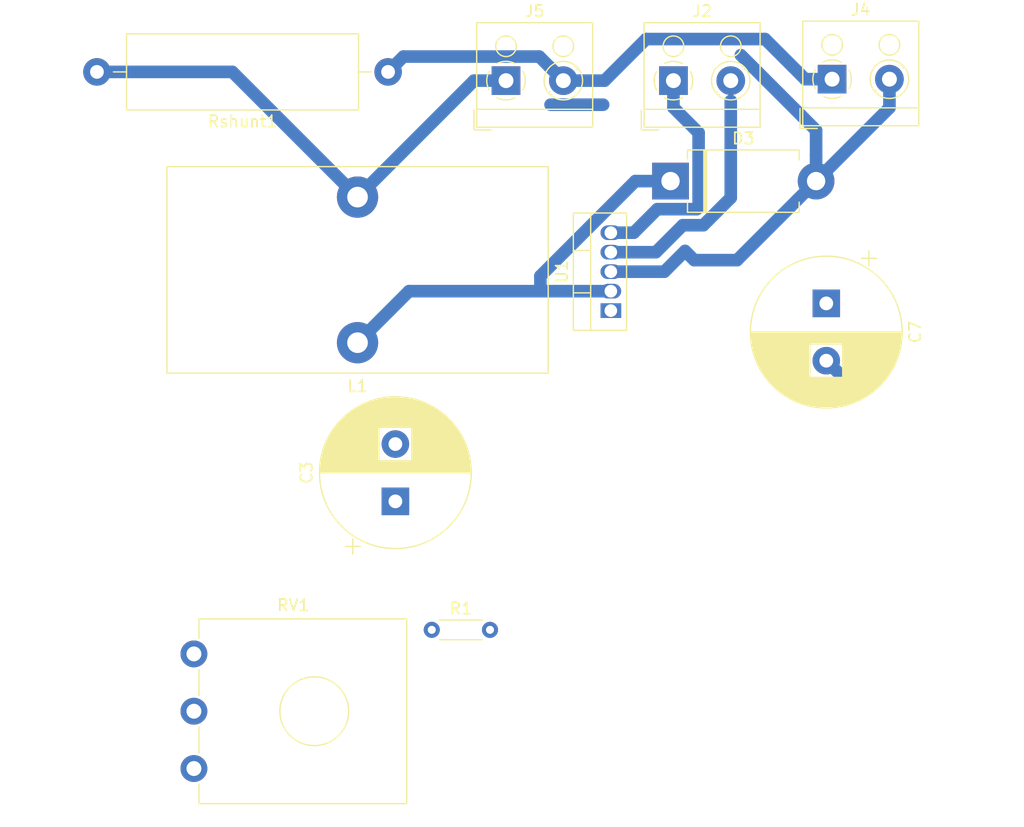
<source format=kicad_pcb>
(kicad_pcb (version 20171130) (host pcbnew "(5.1.6)-1")

  (general
    (thickness 1.6)
    (drawings 6)
    (tracks 45)
    (zones 0)
    (modules 11)
    (nets 9)
  )

  (page A4)
  (layers
    (0 F.Cu signal)
    (31 B.Cu signal)
    (32 B.Adhes user)
    (33 F.Adhes user)
    (34 B.Paste user)
    (35 F.Paste user)
    (36 B.SilkS user)
    (37 F.SilkS user)
    (38 B.Mask user)
    (39 F.Mask user)
    (40 Dwgs.User user)
    (41 Cmts.User user)
    (42 Eco1.User user)
    (43 Eco2.User user)
    (44 Edge.Cuts user)
    (45 Margin user)
    (46 B.CrtYd user)
    (47 F.CrtYd user)
    (48 B.Fab user)
    (49 F.Fab user)
  )

  (setup
    (last_trace_width 0.8)
    (trace_clearance 0.3)
    (zone_clearance 0.508)
    (zone_45_only no)
    (trace_min 0.2)
    (via_size 1)
    (via_drill 0.5)
    (via_min_size 0.4)
    (via_min_drill 0.3)
    (uvia_size 0.3)
    (uvia_drill 0.1)
    (uvias_allowed no)
    (uvia_min_size 0.2)
    (uvia_min_drill 0.1)
    (edge_width 0.05)
    (segment_width 0.2)
    (pcb_text_width 0.3)
    (pcb_text_size 1.5 1.5)
    (mod_edge_width 0.12)
    (mod_text_size 1 1)
    (mod_text_width 0.15)
    (pad_size 1.524 1.524)
    (pad_drill 0.762)
    (pad_to_mask_clearance 0.051)
    (solder_mask_min_width 0.25)
    (aux_axis_origin 101.6 101.6)
    (visible_elements 7FFFFFFF)
    (pcbplotparams
      (layerselection 0x010fc_ffffffff)
      (usegerberextensions false)
      (usegerberattributes false)
      (usegerberadvancedattributes false)
      (creategerberjobfile false)
      (excludeedgelayer true)
      (linewidth 0.100000)
      (plotframeref false)
      (viasonmask false)
      (mode 1)
      (useauxorigin false)
      (hpglpennumber 1)
      (hpglpenspeed 20)
      (hpglpendiameter 15.000000)
      (psnegative false)
      (psa4output false)
      (plotreference true)
      (plotvalue true)
      (plotinvisibletext false)
      (padsonsilk false)
      (subtractmaskfromsilk false)
      (outputformat 1)
      (mirror false)
      (drillshape 1)
      (scaleselection 1)
      (outputdirectory ""))
  )

  (net 0 "")
  (net 1 "Net-(C7-Pad1)")
  (net 2 "Net-(D3-Pad1)")
  (net 3 "Net-(R1-Pad1)")
  (net 4 "Net-(J2-Pad1)")
  (net 5 "Net-(J4-Pad1)")
  (net 6 GND)
  (net 7 "Net-(C3-Pad1)")
  (net 8 "Net-(RV1-Pad2)")

  (net_class Default "This is the default net class."
    (clearance 0.3)
    (trace_width 0.8)
    (via_dia 1)
    (via_drill 0.5)
    (uvia_dia 0.3)
    (uvia_drill 0.1)
    (add_net GND)
    (add_net "Net-(C3-Pad1)")
    (add_net "Net-(RV1-Pad2)")
  )

  (net_class wide ""
    (clearance 0.3)
    (trace_width 1.1)
    (via_dia 1.1)
    (via_drill 0.5)
    (uvia_dia 0.3)
    (uvia_drill 0.1)
    (add_net "Net-(C7-Pad1)")
    (add_net "Net-(D3-Pad1)")
    (add_net "Net-(J2-Pad1)")
    (add_net "Net-(J4-Pad1)")
    (add_net "Net-(R1-Pad1)")
  )

  (module Capacitor_THT:CP_Radial_D13.0mm_P5.00mm (layer F.Cu) (tedit 5AE50EF1) (tstamp 5DC60D06)
    (at 135.89 94.107 90)
    (descr "CP, Radial series, Radial, pin pitch=5.00mm, , diameter=13mm, Electrolytic Capacitor")
    (tags "CP Radial series Radial pin pitch 5.00mm  diameter 13mm Electrolytic Capacitor")
    (path /5DC62681)
    (fp_text reference C3 (at 2.5 -7.75 90) (layer F.SilkS)
      (effects (font (size 1 1) (thickness 0.15)))
    )
    (fp_text value 100uF (at 2.5 7.75 90) (layer F.Fab)
      (effects (font (size 1 1) (thickness 0.15)))
    )
    (fp_circle (center 2.5 0) (end 9 0) (layer F.Fab) (width 0.1))
    (fp_circle (center 2.5 0) (end 9.12 0) (layer F.SilkS) (width 0.12))
    (fp_circle (center 2.5 0) (end 9.25 0) (layer F.CrtYd) (width 0.05))
    (fp_line (start -3.082015 -2.8475) (end -1.782015 -2.8475) (layer F.Fab) (width 0.1))
    (fp_line (start -2.432015 -3.4975) (end -2.432015 -2.1975) (layer F.Fab) (width 0.1))
    (fp_line (start 2.5 -6.58) (end 2.5 6.58) (layer F.SilkS) (width 0.12))
    (fp_line (start 2.54 -6.58) (end 2.54 6.58) (layer F.SilkS) (width 0.12))
    (fp_line (start 2.58 -6.58) (end 2.58 6.58) (layer F.SilkS) (width 0.12))
    (fp_line (start 2.62 -6.579) (end 2.62 6.579) (layer F.SilkS) (width 0.12))
    (fp_line (start 2.66 -6.579) (end 2.66 6.579) (layer F.SilkS) (width 0.12))
    (fp_line (start 2.7 -6.577) (end 2.7 6.577) (layer F.SilkS) (width 0.12))
    (fp_line (start 2.74 -6.576) (end 2.74 6.576) (layer F.SilkS) (width 0.12))
    (fp_line (start 2.78 -6.575) (end 2.78 6.575) (layer F.SilkS) (width 0.12))
    (fp_line (start 2.82 -6.573) (end 2.82 6.573) (layer F.SilkS) (width 0.12))
    (fp_line (start 2.86 -6.571) (end 2.86 6.571) (layer F.SilkS) (width 0.12))
    (fp_line (start 2.9 -6.568) (end 2.9 6.568) (layer F.SilkS) (width 0.12))
    (fp_line (start 2.94 -6.566) (end 2.94 6.566) (layer F.SilkS) (width 0.12))
    (fp_line (start 2.98 -6.563) (end 2.98 6.563) (layer F.SilkS) (width 0.12))
    (fp_line (start 3.02 -6.56) (end 3.02 6.56) (layer F.SilkS) (width 0.12))
    (fp_line (start 3.06 -6.557) (end 3.06 6.557) (layer F.SilkS) (width 0.12))
    (fp_line (start 3.1 -6.553) (end 3.1 6.553) (layer F.SilkS) (width 0.12))
    (fp_line (start 3.14 -6.549) (end 3.14 6.549) (layer F.SilkS) (width 0.12))
    (fp_line (start 3.18 -6.545) (end 3.18 6.545) (layer F.SilkS) (width 0.12))
    (fp_line (start 3.221 -6.541) (end 3.221 6.541) (layer F.SilkS) (width 0.12))
    (fp_line (start 3.261 -6.537) (end 3.261 6.537) (layer F.SilkS) (width 0.12))
    (fp_line (start 3.301 -6.532) (end 3.301 6.532) (layer F.SilkS) (width 0.12))
    (fp_line (start 3.341 -6.527) (end 3.341 6.527) (layer F.SilkS) (width 0.12))
    (fp_line (start 3.381 -6.522) (end 3.381 6.522) (layer F.SilkS) (width 0.12))
    (fp_line (start 3.421 -6.516) (end 3.421 6.516) (layer F.SilkS) (width 0.12))
    (fp_line (start 3.461 -6.511) (end 3.461 6.511) (layer F.SilkS) (width 0.12))
    (fp_line (start 3.501 -6.505) (end 3.501 6.505) (layer F.SilkS) (width 0.12))
    (fp_line (start 3.541 -6.498) (end 3.541 6.498) (layer F.SilkS) (width 0.12))
    (fp_line (start 3.581 -6.492) (end 3.581 -1.44) (layer F.SilkS) (width 0.12))
    (fp_line (start 3.581 1.44) (end 3.581 6.492) (layer F.SilkS) (width 0.12))
    (fp_line (start 3.621 -6.485) (end 3.621 -1.44) (layer F.SilkS) (width 0.12))
    (fp_line (start 3.621 1.44) (end 3.621 6.485) (layer F.SilkS) (width 0.12))
    (fp_line (start 3.661 -6.478) (end 3.661 -1.44) (layer F.SilkS) (width 0.12))
    (fp_line (start 3.661 1.44) (end 3.661 6.478) (layer F.SilkS) (width 0.12))
    (fp_line (start 3.701 -6.471) (end 3.701 -1.44) (layer F.SilkS) (width 0.12))
    (fp_line (start 3.701 1.44) (end 3.701 6.471) (layer F.SilkS) (width 0.12))
    (fp_line (start 3.741 -6.463) (end 3.741 -1.44) (layer F.SilkS) (width 0.12))
    (fp_line (start 3.741 1.44) (end 3.741 6.463) (layer F.SilkS) (width 0.12))
    (fp_line (start 3.781 -6.456) (end 3.781 -1.44) (layer F.SilkS) (width 0.12))
    (fp_line (start 3.781 1.44) (end 3.781 6.456) (layer F.SilkS) (width 0.12))
    (fp_line (start 3.821 -6.448) (end 3.821 -1.44) (layer F.SilkS) (width 0.12))
    (fp_line (start 3.821 1.44) (end 3.821 6.448) (layer F.SilkS) (width 0.12))
    (fp_line (start 3.861 -6.439) (end 3.861 -1.44) (layer F.SilkS) (width 0.12))
    (fp_line (start 3.861 1.44) (end 3.861 6.439) (layer F.SilkS) (width 0.12))
    (fp_line (start 3.901 -6.431) (end 3.901 -1.44) (layer F.SilkS) (width 0.12))
    (fp_line (start 3.901 1.44) (end 3.901 6.431) (layer F.SilkS) (width 0.12))
    (fp_line (start 3.941 -6.422) (end 3.941 -1.44) (layer F.SilkS) (width 0.12))
    (fp_line (start 3.941 1.44) (end 3.941 6.422) (layer F.SilkS) (width 0.12))
    (fp_line (start 3.981 -6.413) (end 3.981 -1.44) (layer F.SilkS) (width 0.12))
    (fp_line (start 3.981 1.44) (end 3.981 6.413) (layer F.SilkS) (width 0.12))
    (fp_line (start 4.021 -6.404) (end 4.021 -1.44) (layer F.SilkS) (width 0.12))
    (fp_line (start 4.021 1.44) (end 4.021 6.404) (layer F.SilkS) (width 0.12))
    (fp_line (start 4.061 -6.394) (end 4.061 -1.44) (layer F.SilkS) (width 0.12))
    (fp_line (start 4.061 1.44) (end 4.061 6.394) (layer F.SilkS) (width 0.12))
    (fp_line (start 4.101 -6.384) (end 4.101 -1.44) (layer F.SilkS) (width 0.12))
    (fp_line (start 4.101 1.44) (end 4.101 6.384) (layer F.SilkS) (width 0.12))
    (fp_line (start 4.141 -6.374) (end 4.141 -1.44) (layer F.SilkS) (width 0.12))
    (fp_line (start 4.141 1.44) (end 4.141 6.374) (layer F.SilkS) (width 0.12))
    (fp_line (start 4.181 -6.364) (end 4.181 -1.44) (layer F.SilkS) (width 0.12))
    (fp_line (start 4.181 1.44) (end 4.181 6.364) (layer F.SilkS) (width 0.12))
    (fp_line (start 4.221 -6.353) (end 4.221 -1.44) (layer F.SilkS) (width 0.12))
    (fp_line (start 4.221 1.44) (end 4.221 6.353) (layer F.SilkS) (width 0.12))
    (fp_line (start 4.261 -6.342) (end 4.261 -1.44) (layer F.SilkS) (width 0.12))
    (fp_line (start 4.261 1.44) (end 4.261 6.342) (layer F.SilkS) (width 0.12))
    (fp_line (start 4.301 -6.331) (end 4.301 -1.44) (layer F.SilkS) (width 0.12))
    (fp_line (start 4.301 1.44) (end 4.301 6.331) (layer F.SilkS) (width 0.12))
    (fp_line (start 4.341 -6.32) (end 4.341 -1.44) (layer F.SilkS) (width 0.12))
    (fp_line (start 4.341 1.44) (end 4.341 6.32) (layer F.SilkS) (width 0.12))
    (fp_line (start 4.381 -6.308) (end 4.381 -1.44) (layer F.SilkS) (width 0.12))
    (fp_line (start 4.381 1.44) (end 4.381 6.308) (layer F.SilkS) (width 0.12))
    (fp_line (start 4.421 -6.296) (end 4.421 -1.44) (layer F.SilkS) (width 0.12))
    (fp_line (start 4.421 1.44) (end 4.421 6.296) (layer F.SilkS) (width 0.12))
    (fp_line (start 4.461 -6.284) (end 4.461 -1.44) (layer F.SilkS) (width 0.12))
    (fp_line (start 4.461 1.44) (end 4.461 6.284) (layer F.SilkS) (width 0.12))
    (fp_line (start 4.501 -6.271) (end 4.501 -1.44) (layer F.SilkS) (width 0.12))
    (fp_line (start 4.501 1.44) (end 4.501 6.271) (layer F.SilkS) (width 0.12))
    (fp_line (start 4.541 -6.258) (end 4.541 -1.44) (layer F.SilkS) (width 0.12))
    (fp_line (start 4.541 1.44) (end 4.541 6.258) (layer F.SilkS) (width 0.12))
    (fp_line (start 4.581 -6.245) (end 4.581 -1.44) (layer F.SilkS) (width 0.12))
    (fp_line (start 4.581 1.44) (end 4.581 6.245) (layer F.SilkS) (width 0.12))
    (fp_line (start 4.621 -6.232) (end 4.621 -1.44) (layer F.SilkS) (width 0.12))
    (fp_line (start 4.621 1.44) (end 4.621 6.232) (layer F.SilkS) (width 0.12))
    (fp_line (start 4.661 -6.218) (end 4.661 -1.44) (layer F.SilkS) (width 0.12))
    (fp_line (start 4.661 1.44) (end 4.661 6.218) (layer F.SilkS) (width 0.12))
    (fp_line (start 4.701 -6.204) (end 4.701 -1.44) (layer F.SilkS) (width 0.12))
    (fp_line (start 4.701 1.44) (end 4.701 6.204) (layer F.SilkS) (width 0.12))
    (fp_line (start 4.741 -6.19) (end 4.741 -1.44) (layer F.SilkS) (width 0.12))
    (fp_line (start 4.741 1.44) (end 4.741 6.19) (layer F.SilkS) (width 0.12))
    (fp_line (start 4.781 -6.175) (end 4.781 -1.44) (layer F.SilkS) (width 0.12))
    (fp_line (start 4.781 1.44) (end 4.781 6.175) (layer F.SilkS) (width 0.12))
    (fp_line (start 4.821 -6.161) (end 4.821 -1.44) (layer F.SilkS) (width 0.12))
    (fp_line (start 4.821 1.44) (end 4.821 6.161) (layer F.SilkS) (width 0.12))
    (fp_line (start 4.861 -6.146) (end 4.861 -1.44) (layer F.SilkS) (width 0.12))
    (fp_line (start 4.861 1.44) (end 4.861 6.146) (layer F.SilkS) (width 0.12))
    (fp_line (start 4.901 -6.13) (end 4.901 -1.44) (layer F.SilkS) (width 0.12))
    (fp_line (start 4.901 1.44) (end 4.901 6.13) (layer F.SilkS) (width 0.12))
    (fp_line (start 4.941 -6.114) (end 4.941 -1.44) (layer F.SilkS) (width 0.12))
    (fp_line (start 4.941 1.44) (end 4.941 6.114) (layer F.SilkS) (width 0.12))
    (fp_line (start 4.981 -6.098) (end 4.981 -1.44) (layer F.SilkS) (width 0.12))
    (fp_line (start 4.981 1.44) (end 4.981 6.098) (layer F.SilkS) (width 0.12))
    (fp_line (start 5.021 -6.082) (end 5.021 -1.44) (layer F.SilkS) (width 0.12))
    (fp_line (start 5.021 1.44) (end 5.021 6.082) (layer F.SilkS) (width 0.12))
    (fp_line (start 5.061 -6.065) (end 5.061 -1.44) (layer F.SilkS) (width 0.12))
    (fp_line (start 5.061 1.44) (end 5.061 6.065) (layer F.SilkS) (width 0.12))
    (fp_line (start 5.101 -6.049) (end 5.101 -1.44) (layer F.SilkS) (width 0.12))
    (fp_line (start 5.101 1.44) (end 5.101 6.049) (layer F.SilkS) (width 0.12))
    (fp_line (start 5.141 -6.031) (end 5.141 -1.44) (layer F.SilkS) (width 0.12))
    (fp_line (start 5.141 1.44) (end 5.141 6.031) (layer F.SilkS) (width 0.12))
    (fp_line (start 5.181 -6.014) (end 5.181 -1.44) (layer F.SilkS) (width 0.12))
    (fp_line (start 5.181 1.44) (end 5.181 6.014) (layer F.SilkS) (width 0.12))
    (fp_line (start 5.221 -5.996) (end 5.221 -1.44) (layer F.SilkS) (width 0.12))
    (fp_line (start 5.221 1.44) (end 5.221 5.996) (layer F.SilkS) (width 0.12))
    (fp_line (start 5.261 -5.978) (end 5.261 -1.44) (layer F.SilkS) (width 0.12))
    (fp_line (start 5.261 1.44) (end 5.261 5.978) (layer F.SilkS) (width 0.12))
    (fp_line (start 5.301 -5.959) (end 5.301 -1.44) (layer F.SilkS) (width 0.12))
    (fp_line (start 5.301 1.44) (end 5.301 5.959) (layer F.SilkS) (width 0.12))
    (fp_line (start 5.341 -5.94) (end 5.341 -1.44) (layer F.SilkS) (width 0.12))
    (fp_line (start 5.341 1.44) (end 5.341 5.94) (layer F.SilkS) (width 0.12))
    (fp_line (start 5.381 -5.921) (end 5.381 -1.44) (layer F.SilkS) (width 0.12))
    (fp_line (start 5.381 1.44) (end 5.381 5.921) (layer F.SilkS) (width 0.12))
    (fp_line (start 5.421 -5.902) (end 5.421 -1.44) (layer F.SilkS) (width 0.12))
    (fp_line (start 5.421 1.44) (end 5.421 5.902) (layer F.SilkS) (width 0.12))
    (fp_line (start 5.461 -5.882) (end 5.461 -1.44) (layer F.SilkS) (width 0.12))
    (fp_line (start 5.461 1.44) (end 5.461 5.882) (layer F.SilkS) (width 0.12))
    (fp_line (start 5.501 -5.862) (end 5.501 -1.44) (layer F.SilkS) (width 0.12))
    (fp_line (start 5.501 1.44) (end 5.501 5.862) (layer F.SilkS) (width 0.12))
    (fp_line (start 5.541 -5.841) (end 5.541 -1.44) (layer F.SilkS) (width 0.12))
    (fp_line (start 5.541 1.44) (end 5.541 5.841) (layer F.SilkS) (width 0.12))
    (fp_line (start 5.581 -5.82) (end 5.581 -1.44) (layer F.SilkS) (width 0.12))
    (fp_line (start 5.581 1.44) (end 5.581 5.82) (layer F.SilkS) (width 0.12))
    (fp_line (start 5.621 -5.799) (end 5.621 -1.44) (layer F.SilkS) (width 0.12))
    (fp_line (start 5.621 1.44) (end 5.621 5.799) (layer F.SilkS) (width 0.12))
    (fp_line (start 5.661 -5.778) (end 5.661 -1.44) (layer F.SilkS) (width 0.12))
    (fp_line (start 5.661 1.44) (end 5.661 5.778) (layer F.SilkS) (width 0.12))
    (fp_line (start 5.701 -5.756) (end 5.701 -1.44) (layer F.SilkS) (width 0.12))
    (fp_line (start 5.701 1.44) (end 5.701 5.756) (layer F.SilkS) (width 0.12))
    (fp_line (start 5.741 -5.733) (end 5.741 -1.44) (layer F.SilkS) (width 0.12))
    (fp_line (start 5.741 1.44) (end 5.741 5.733) (layer F.SilkS) (width 0.12))
    (fp_line (start 5.781 -5.711) (end 5.781 -1.44) (layer F.SilkS) (width 0.12))
    (fp_line (start 5.781 1.44) (end 5.781 5.711) (layer F.SilkS) (width 0.12))
    (fp_line (start 5.821 -5.688) (end 5.821 -1.44) (layer F.SilkS) (width 0.12))
    (fp_line (start 5.821 1.44) (end 5.821 5.688) (layer F.SilkS) (width 0.12))
    (fp_line (start 5.861 -5.664) (end 5.861 -1.44) (layer F.SilkS) (width 0.12))
    (fp_line (start 5.861 1.44) (end 5.861 5.664) (layer F.SilkS) (width 0.12))
    (fp_line (start 5.901 -5.641) (end 5.901 -1.44) (layer F.SilkS) (width 0.12))
    (fp_line (start 5.901 1.44) (end 5.901 5.641) (layer F.SilkS) (width 0.12))
    (fp_line (start 5.941 -5.617) (end 5.941 -1.44) (layer F.SilkS) (width 0.12))
    (fp_line (start 5.941 1.44) (end 5.941 5.617) (layer F.SilkS) (width 0.12))
    (fp_line (start 5.981 -5.592) (end 5.981 -1.44) (layer F.SilkS) (width 0.12))
    (fp_line (start 5.981 1.44) (end 5.981 5.592) (layer F.SilkS) (width 0.12))
    (fp_line (start 6.021 -5.567) (end 6.021 -1.44) (layer F.SilkS) (width 0.12))
    (fp_line (start 6.021 1.44) (end 6.021 5.567) (layer F.SilkS) (width 0.12))
    (fp_line (start 6.061 -5.542) (end 6.061 -1.44) (layer F.SilkS) (width 0.12))
    (fp_line (start 6.061 1.44) (end 6.061 5.542) (layer F.SilkS) (width 0.12))
    (fp_line (start 6.101 -5.516) (end 6.101 -1.44) (layer F.SilkS) (width 0.12))
    (fp_line (start 6.101 1.44) (end 6.101 5.516) (layer F.SilkS) (width 0.12))
    (fp_line (start 6.141 -5.49) (end 6.141 -1.44) (layer F.SilkS) (width 0.12))
    (fp_line (start 6.141 1.44) (end 6.141 5.49) (layer F.SilkS) (width 0.12))
    (fp_line (start 6.181 -5.463) (end 6.181 -1.44) (layer F.SilkS) (width 0.12))
    (fp_line (start 6.181 1.44) (end 6.181 5.463) (layer F.SilkS) (width 0.12))
    (fp_line (start 6.221 -5.436) (end 6.221 -1.44) (layer F.SilkS) (width 0.12))
    (fp_line (start 6.221 1.44) (end 6.221 5.436) (layer F.SilkS) (width 0.12))
    (fp_line (start 6.261 -5.409) (end 6.261 -1.44) (layer F.SilkS) (width 0.12))
    (fp_line (start 6.261 1.44) (end 6.261 5.409) (layer F.SilkS) (width 0.12))
    (fp_line (start 6.301 -5.381) (end 6.301 -1.44) (layer F.SilkS) (width 0.12))
    (fp_line (start 6.301 1.44) (end 6.301 5.381) (layer F.SilkS) (width 0.12))
    (fp_line (start 6.341 -5.353) (end 6.341 -1.44) (layer F.SilkS) (width 0.12))
    (fp_line (start 6.341 1.44) (end 6.341 5.353) (layer F.SilkS) (width 0.12))
    (fp_line (start 6.381 -5.324) (end 6.381 -1.44) (layer F.SilkS) (width 0.12))
    (fp_line (start 6.381 1.44) (end 6.381 5.324) (layer F.SilkS) (width 0.12))
    (fp_line (start 6.421 -5.295) (end 6.421 -1.44) (layer F.SilkS) (width 0.12))
    (fp_line (start 6.421 1.44) (end 6.421 5.295) (layer F.SilkS) (width 0.12))
    (fp_line (start 6.461 -5.265) (end 6.461 5.265) (layer F.SilkS) (width 0.12))
    (fp_line (start 6.501 -5.235) (end 6.501 5.235) (layer F.SilkS) (width 0.12))
    (fp_line (start 6.541 -5.205) (end 6.541 5.205) (layer F.SilkS) (width 0.12))
    (fp_line (start 6.581 -5.174) (end 6.581 5.174) (layer F.SilkS) (width 0.12))
    (fp_line (start 6.621 -5.142) (end 6.621 5.142) (layer F.SilkS) (width 0.12))
    (fp_line (start 6.661 -5.11) (end 6.661 5.11) (layer F.SilkS) (width 0.12))
    (fp_line (start 6.701 -5.078) (end 6.701 5.078) (layer F.SilkS) (width 0.12))
    (fp_line (start 6.741 -5.044) (end 6.741 5.044) (layer F.SilkS) (width 0.12))
    (fp_line (start 6.781 -5.011) (end 6.781 5.011) (layer F.SilkS) (width 0.12))
    (fp_line (start 6.821 -4.977) (end 6.821 4.977) (layer F.SilkS) (width 0.12))
    (fp_line (start 6.861 -4.942) (end 6.861 4.942) (layer F.SilkS) (width 0.12))
    (fp_line (start 6.901 -4.907) (end 6.901 4.907) (layer F.SilkS) (width 0.12))
    (fp_line (start 6.941 -4.871) (end 6.941 4.871) (layer F.SilkS) (width 0.12))
    (fp_line (start 6.981 -4.834) (end 6.981 4.834) (layer F.SilkS) (width 0.12))
    (fp_line (start 7.021 -4.797) (end 7.021 4.797) (layer F.SilkS) (width 0.12))
    (fp_line (start 7.061 -4.76) (end 7.061 4.76) (layer F.SilkS) (width 0.12))
    (fp_line (start 7.101 -4.721) (end 7.101 4.721) (layer F.SilkS) (width 0.12))
    (fp_line (start 7.141 -4.682) (end 7.141 4.682) (layer F.SilkS) (width 0.12))
    (fp_line (start 7.181 -4.643) (end 7.181 4.643) (layer F.SilkS) (width 0.12))
    (fp_line (start 7.221 -4.602) (end 7.221 4.602) (layer F.SilkS) (width 0.12))
    (fp_line (start 7.261 -4.561) (end 7.261 4.561) (layer F.SilkS) (width 0.12))
    (fp_line (start 7.301 -4.519) (end 7.301 4.519) (layer F.SilkS) (width 0.12))
    (fp_line (start 7.341 -4.477) (end 7.341 4.477) (layer F.SilkS) (width 0.12))
    (fp_line (start 7.381 -4.434) (end 7.381 4.434) (layer F.SilkS) (width 0.12))
    (fp_line (start 7.421 -4.39) (end 7.421 4.39) (layer F.SilkS) (width 0.12))
    (fp_line (start 7.461 -4.345) (end 7.461 4.345) (layer F.SilkS) (width 0.12))
    (fp_line (start 7.501 -4.299) (end 7.501 4.299) (layer F.SilkS) (width 0.12))
    (fp_line (start 7.541 -4.253) (end 7.541 4.253) (layer F.SilkS) (width 0.12))
    (fp_line (start 7.581 -4.205) (end 7.581 4.205) (layer F.SilkS) (width 0.12))
    (fp_line (start 7.621 -4.157) (end 7.621 4.157) (layer F.SilkS) (width 0.12))
    (fp_line (start 7.661 -4.108) (end 7.661 4.108) (layer F.SilkS) (width 0.12))
    (fp_line (start 7.701 -4.057) (end 7.701 4.057) (layer F.SilkS) (width 0.12))
    (fp_line (start 7.741 -4.006) (end 7.741 4.006) (layer F.SilkS) (width 0.12))
    (fp_line (start 7.781 -3.954) (end 7.781 3.954) (layer F.SilkS) (width 0.12))
    (fp_line (start 7.821 -3.9) (end 7.821 3.9) (layer F.SilkS) (width 0.12))
    (fp_line (start 7.861 -3.846) (end 7.861 3.846) (layer F.SilkS) (width 0.12))
    (fp_line (start 7.901 -3.79) (end 7.901 3.79) (layer F.SilkS) (width 0.12))
    (fp_line (start 7.941 -3.733) (end 7.941 3.733) (layer F.SilkS) (width 0.12))
    (fp_line (start 7.981 -3.675) (end 7.981 3.675) (layer F.SilkS) (width 0.12))
    (fp_line (start 8.021 -3.615) (end 8.021 3.615) (layer F.SilkS) (width 0.12))
    (fp_line (start 8.061 -3.554) (end 8.061 3.554) (layer F.SilkS) (width 0.12))
    (fp_line (start 8.101 -3.491) (end 8.101 3.491) (layer F.SilkS) (width 0.12))
    (fp_line (start 8.141 -3.427) (end 8.141 3.427) (layer F.SilkS) (width 0.12))
    (fp_line (start 8.181 -3.361) (end 8.181 3.361) (layer F.SilkS) (width 0.12))
    (fp_line (start 8.221 -3.293) (end 8.221 3.293) (layer F.SilkS) (width 0.12))
    (fp_line (start 8.261 -3.223) (end 8.261 3.223) (layer F.SilkS) (width 0.12))
    (fp_line (start 8.301 -3.152) (end 8.301 3.152) (layer F.SilkS) (width 0.12))
    (fp_line (start 8.341 -3.078) (end 8.341 3.078) (layer F.SilkS) (width 0.12))
    (fp_line (start 8.381 -3.002) (end 8.381 3.002) (layer F.SilkS) (width 0.12))
    (fp_line (start 8.421 -2.923) (end 8.421 2.923) (layer F.SilkS) (width 0.12))
    (fp_line (start 8.461 -2.842) (end 8.461 2.842) (layer F.SilkS) (width 0.12))
    (fp_line (start 8.501 -2.758) (end 8.501 2.758) (layer F.SilkS) (width 0.12))
    (fp_line (start 8.541 -2.67) (end 8.541 2.67) (layer F.SilkS) (width 0.12))
    (fp_line (start 8.581 -2.579) (end 8.581 2.579) (layer F.SilkS) (width 0.12))
    (fp_line (start 8.621 -2.484) (end 8.621 2.484) (layer F.SilkS) (width 0.12))
    (fp_line (start 8.661 -2.385) (end 8.661 2.385) (layer F.SilkS) (width 0.12))
    (fp_line (start 8.701 -2.281) (end 8.701 2.281) (layer F.SilkS) (width 0.12))
    (fp_line (start 8.741 -2.171) (end 8.741 2.171) (layer F.SilkS) (width 0.12))
    (fp_line (start 8.781 -2.055) (end 8.781 2.055) (layer F.SilkS) (width 0.12))
    (fp_line (start 8.821 -1.931) (end 8.821 1.931) (layer F.SilkS) (width 0.12))
    (fp_line (start 8.861 -1.798) (end 8.861 1.798) (layer F.SilkS) (width 0.12))
    (fp_line (start 8.901 -1.653) (end 8.901 1.653) (layer F.SilkS) (width 0.12))
    (fp_line (start 8.941 -1.494) (end 8.941 1.494) (layer F.SilkS) (width 0.12))
    (fp_line (start 8.981 -1.315) (end 8.981 1.315) (layer F.SilkS) (width 0.12))
    (fp_line (start 9.021 -1.107) (end 9.021 1.107) (layer F.SilkS) (width 0.12))
    (fp_line (start 9.061 -0.85) (end 9.061 0.85) (layer F.SilkS) (width 0.12))
    (fp_line (start 9.101 -0.475) (end 9.101 0.475) (layer F.SilkS) (width 0.12))
    (fp_line (start -4.584569 -3.715) (end -3.284569 -3.715) (layer F.SilkS) (width 0.12))
    (fp_line (start -3.934569 -4.365) (end -3.934569 -3.065) (layer F.SilkS) (width 0.12))
    (fp_text user %R (at 2.5 0 90) (layer F.Fab)
      (effects (font (size 1 1) (thickness 0.15)))
    )
    (pad 2 thru_hole circle (at 5 0 90) (size 2.4 2.4) (drill 1.2) (layers *.Cu *.Mask)
      (net 6 GND))
    (pad 1 thru_hole rect (at 0 0 90) (size 2.4 2.4) (drill 1.2) (layers *.Cu *.Mask)
      (net 7 "Net-(C3-Pad1)"))
    (model ${KISYS3DMOD}/Capacitor_THT.3dshapes/CP_Radial_D13.0mm_P5.00mm.wrl
      (at (xyz 0 0 0))
      (scale (xyz 1 1 1))
      (rotate (xyz 0 0 0))
    )
  )

  (module Inductor_THT:L_Toroid_Vertical_L33.0mm_W17.8mm_P12.70mm_Pulse_KM-5 (layer F.Cu) (tedit 5DC682F1) (tstamp 5DC5E832)
    (at 132.588 80.264 180)
    (descr "L_Toroid, Vertical series, Radial, pin pitch=12.70mm, , length*width=33.02*17.78mm^2, Pulse, KM-5, http://datasheet.octopart.com/PE-92112KNL-Pulse-datasheet-17853305.pdf")
    (tags "L_Toroid Vertical series Radial pin pitch 12.70mm  length 33.02mm width 17.78mm Pulse KM-5")
    (path /5DC4CBE3)
    (fp_text reference L1 (at 0 -3.79) (layer F.SilkS)
      (effects (font (size 1 1) (thickness 0.15)))
    )
    (fp_text value 100uH (at 0 16.49) (layer F.Fab)
      (effects (font (size 1 1) (thickness 0.15)))
    )
    (fp_line (start -16.51 -2.54) (end -16.51 15.24) (layer F.Fab) (width 0.1))
    (fp_line (start -16.51 15.24) (end 16.51 15.24) (layer F.Fab) (width 0.1))
    (fp_line (start 16.51 15.24) (end 16.51 -2.54) (layer F.Fab) (width 0.1))
    (fp_line (start 16.51 -2.54) (end -16.51 -2.54) (layer F.Fab) (width 0.1))
    (fp_line (start -13.208 0) (end -13.208 12.7) (layer F.Fab) (width 0.1))
    (fp_line (start -13.208 12.7) (end 13.208 12.7) (layer F.Fab) (width 0.1))
    (fp_line (start 13.208 12.7) (end 13.208 0) (layer F.Fab) (width 0.1))
    (fp_line (start 13.208 0) (end -13.208 0) (layer F.Fab) (width 0.1))
    (fp_line (start -13.208 0) (end -11.8872 12.7) (layer F.Fab) (width 0.1))
    (fp_line (start -10.5664 0) (end -9.2456 12.7) (layer F.Fab) (width 0.1))
    (fp_line (start -7.9248 0) (end -6.604 12.7) (layer F.Fab) (width 0.1))
    (fp_line (start -5.2832 0) (end -3.9624 12.7) (layer F.Fab) (width 0.1))
    (fp_line (start -2.6416 0) (end -1.3208 12.7) (layer F.Fab) (width 0.1))
    (fp_line (start 0 0) (end 1.3208 12.7) (layer F.Fab) (width 0.1))
    (fp_line (start 2.6416 0) (end 3.9624 12.7) (layer F.Fab) (width 0.1))
    (fp_line (start 5.2832 0) (end 6.604 12.7) (layer F.Fab) (width 0.1))
    (fp_line (start 7.9248 0) (end 9.2456 12.7) (layer F.Fab) (width 0.1))
    (fp_line (start 10.5664 0) (end 11.8872 12.7) (layer F.Fab) (width 0.1))
    (fp_line (start -16.631 -2.66) (end 16.631 -2.66) (layer F.SilkS) (width 0.12))
    (fp_line (start -16.631 15.36) (end 16.631 15.36) (layer F.SilkS) (width 0.12))
    (fp_line (start -16.631 -2.66) (end -16.631 15.36) (layer F.SilkS) (width 0.12))
    (fp_line (start 16.631 -2.66) (end 16.631 15.36) (layer F.SilkS) (width 0.12))
    (fp_line (start -16.77 -2.8) (end -16.77 15.49) (layer F.CrtYd) (width 0.05))
    (fp_line (start -16.77 15.49) (end 16.77 15.49) (layer F.CrtYd) (width 0.05))
    (fp_line (start 16.77 15.49) (end 16.77 -2.8) (layer F.CrtYd) (width 0.05))
    (fp_line (start 16.77 -2.8) (end -16.77 -2.8) (layer F.CrtYd) (width 0.05))
    (fp_text user %R (at 6.35 0) (layer F.Fab)
      (effects (font (size 1 1) (thickness 0.15)))
    )
    (pad 2 thru_hole circle (at 0 12.7 180) (size 3.6 3.6) (drill 1.8) (layers *.Cu *.Mask)
      (net 1 "Net-(C7-Pad1)"))
    (pad 1 thru_hole circle (at 0 0 180) (size 3.6 3.6) (drill 1.8) (layers *.Cu *.Mask)
      (net 2 "Net-(D3-Pad1)"))
    (model /home/androiders/kicad_libs/legacy/packages3d/Inductors_THT.3dshapes/L_Toroid_Vertical_L33.0mm_W17.8mm_P12.70mm_Pulse_KM-5.wrl
      (at (xyz 0 0 0))
      (scale (xyz 0.4 0.4 0.4))
      (rotate (xyz 0 0 0))
    )
  )

  (module Diode_THT:D_DO-201AD_P12.70mm_Horizontal (layer F.Cu) (tedit 5AE50CD5) (tstamp 5DC5E76B)
    (at 159.893 66.167)
    (descr "Diode, DO-201AD series, Axial, Horizontal, pin pitch=12.7mm, , length*diameter=9.5*5.2mm^2, , http://www.diodes.com/_files/packages/DO-201AD.pdf")
    (tags "Diode DO-201AD series Axial Horizontal pin pitch 12.7mm  length 9.5mm diameter 5.2mm")
    (path /5DC4EBCA)
    (fp_text reference D3 (at 6.35 -3.72) (layer F.SilkS)
      (effects (font (size 1 1) (thickness 0.15)))
    )
    (fp_text value 1N5822 (at 6.35 3.72) (layer F.Fab)
      (effects (font (size 1 1) (thickness 0.15)))
    )
    (fp_line (start 1.6 -2.6) (end 1.6 2.6) (layer F.Fab) (width 0.1))
    (fp_line (start 1.6 2.6) (end 11.1 2.6) (layer F.Fab) (width 0.1))
    (fp_line (start 11.1 2.6) (end 11.1 -2.6) (layer F.Fab) (width 0.1))
    (fp_line (start 11.1 -2.6) (end 1.6 -2.6) (layer F.Fab) (width 0.1))
    (fp_line (start 0 0) (end 1.6 0) (layer F.Fab) (width 0.1))
    (fp_line (start 12.7 0) (end 11.1 0) (layer F.Fab) (width 0.1))
    (fp_line (start 3.025 -2.6) (end 3.025 2.6) (layer F.Fab) (width 0.1))
    (fp_line (start 3.125 -2.6) (end 3.125 2.6) (layer F.Fab) (width 0.1))
    (fp_line (start 2.925 -2.6) (end 2.925 2.6) (layer F.Fab) (width 0.1))
    (fp_line (start 1.48 -1.84) (end 1.48 -2.72) (layer F.SilkS) (width 0.12))
    (fp_line (start 1.48 -2.72) (end 11.22 -2.72) (layer F.SilkS) (width 0.12))
    (fp_line (start 11.22 -2.72) (end 11.22 -1.84) (layer F.SilkS) (width 0.12))
    (fp_line (start 1.48 1.84) (end 1.48 2.72) (layer F.SilkS) (width 0.12))
    (fp_line (start 1.48 2.72) (end 11.22 2.72) (layer F.SilkS) (width 0.12))
    (fp_line (start 11.22 2.72) (end 11.22 1.84) (layer F.SilkS) (width 0.12))
    (fp_line (start 3.025 -2.72) (end 3.025 2.72) (layer F.SilkS) (width 0.12))
    (fp_line (start 3.145 -2.72) (end 3.145 2.72) (layer F.SilkS) (width 0.12))
    (fp_line (start 2.905 -2.72) (end 2.905 2.72) (layer F.SilkS) (width 0.12))
    (fp_line (start -1.85 -2.85) (end -1.85 2.85) (layer F.CrtYd) (width 0.05))
    (fp_line (start -1.85 2.85) (end 14.55 2.85) (layer F.CrtYd) (width 0.05))
    (fp_line (start 14.55 2.85) (end 14.55 -2.85) (layer F.CrtYd) (width 0.05))
    (fp_line (start 14.55 -2.85) (end -1.85 -2.85) (layer F.CrtYd) (width 0.05))
    (fp_text user K (at 0 -2.6) (layer F.Fab)
      (effects (font (size 1 1) (thickness 0.15)))
    )
    (fp_text user K (at 0 -2.6) (layer F.Fab)
      (effects (font (size 1 1) (thickness 0.15)))
    )
    (fp_text user %R (at 7.0625 0) (layer F.Fab)
      (effects (font (size 1 1) (thickness 0.15)))
    )
    (pad 2 thru_hole oval (at 12.7 0) (size 3.2 3.2) (drill 1.6) (layers *.Cu *.Mask)
      (net 6 GND))
    (pad 1 thru_hole rect (at 0 0) (size 3.2 3.2) (drill 1.6) (layers *.Cu *.Mask)
      (net 2 "Net-(D3-Pad1)"))
    (model ${KISYS3DMOD}/Diode_THT.3dshapes/D_DO-201AD_P12.70mm_Horizontal.wrl
      (at (xyz 0 0 0))
      (scale (xyz 1 1 1))
      (rotate (xyz 0 0 0))
    )
  )

  (module Capacitor_THT:CP_Radial_D13.0mm_P5.00mm (layer F.Cu) (tedit 5AE50EF1) (tstamp 5DC5E730)
    (at 173.482 76.835 270)
    (descr "CP, Radial series, Radial, pin pitch=5.00mm, , diameter=13mm, Electrolytic Capacitor")
    (tags "CP Radial series Radial pin pitch 5.00mm  diameter 13mm Electrolytic Capacitor")
    (path /5DC634FC)
    (fp_text reference C7 (at 2.5 -7.75 90) (layer F.SilkS)
      (effects (font (size 1 1) (thickness 0.15)))
    )
    (fp_text value 1000uF (at 2.5 7.75 90) (layer F.Fab)
      (effects (font (size 1 1) (thickness 0.15)))
    )
    (fp_circle (center 2.5 0) (end 9 0) (layer F.Fab) (width 0.1))
    (fp_circle (center 2.5 0) (end 9.12 0) (layer F.SilkS) (width 0.12))
    (fp_circle (center 2.5 0) (end 9.25 0) (layer F.CrtYd) (width 0.05))
    (fp_line (start -3.082015 -2.8475) (end -1.782015 -2.8475) (layer F.Fab) (width 0.1))
    (fp_line (start -2.432015 -3.4975) (end -2.432015 -2.1975) (layer F.Fab) (width 0.1))
    (fp_line (start 2.5 -6.58) (end 2.5 6.58) (layer F.SilkS) (width 0.12))
    (fp_line (start 2.54 -6.58) (end 2.54 6.58) (layer F.SilkS) (width 0.12))
    (fp_line (start 2.58 -6.58) (end 2.58 6.58) (layer F.SilkS) (width 0.12))
    (fp_line (start 2.62 -6.579) (end 2.62 6.579) (layer F.SilkS) (width 0.12))
    (fp_line (start 2.66 -6.579) (end 2.66 6.579) (layer F.SilkS) (width 0.12))
    (fp_line (start 2.7 -6.577) (end 2.7 6.577) (layer F.SilkS) (width 0.12))
    (fp_line (start 2.74 -6.576) (end 2.74 6.576) (layer F.SilkS) (width 0.12))
    (fp_line (start 2.78 -6.575) (end 2.78 6.575) (layer F.SilkS) (width 0.12))
    (fp_line (start 2.82 -6.573) (end 2.82 6.573) (layer F.SilkS) (width 0.12))
    (fp_line (start 2.86 -6.571) (end 2.86 6.571) (layer F.SilkS) (width 0.12))
    (fp_line (start 2.9 -6.568) (end 2.9 6.568) (layer F.SilkS) (width 0.12))
    (fp_line (start 2.94 -6.566) (end 2.94 6.566) (layer F.SilkS) (width 0.12))
    (fp_line (start 2.98 -6.563) (end 2.98 6.563) (layer F.SilkS) (width 0.12))
    (fp_line (start 3.02 -6.56) (end 3.02 6.56) (layer F.SilkS) (width 0.12))
    (fp_line (start 3.06 -6.557) (end 3.06 6.557) (layer F.SilkS) (width 0.12))
    (fp_line (start 3.1 -6.553) (end 3.1 6.553) (layer F.SilkS) (width 0.12))
    (fp_line (start 3.14 -6.549) (end 3.14 6.549) (layer F.SilkS) (width 0.12))
    (fp_line (start 3.18 -6.545) (end 3.18 6.545) (layer F.SilkS) (width 0.12))
    (fp_line (start 3.221 -6.541) (end 3.221 6.541) (layer F.SilkS) (width 0.12))
    (fp_line (start 3.261 -6.537) (end 3.261 6.537) (layer F.SilkS) (width 0.12))
    (fp_line (start 3.301 -6.532) (end 3.301 6.532) (layer F.SilkS) (width 0.12))
    (fp_line (start 3.341 -6.527) (end 3.341 6.527) (layer F.SilkS) (width 0.12))
    (fp_line (start 3.381 -6.522) (end 3.381 6.522) (layer F.SilkS) (width 0.12))
    (fp_line (start 3.421 -6.516) (end 3.421 6.516) (layer F.SilkS) (width 0.12))
    (fp_line (start 3.461 -6.511) (end 3.461 6.511) (layer F.SilkS) (width 0.12))
    (fp_line (start 3.501 -6.505) (end 3.501 6.505) (layer F.SilkS) (width 0.12))
    (fp_line (start 3.541 -6.498) (end 3.541 6.498) (layer F.SilkS) (width 0.12))
    (fp_line (start 3.581 -6.492) (end 3.581 -1.44) (layer F.SilkS) (width 0.12))
    (fp_line (start 3.581 1.44) (end 3.581 6.492) (layer F.SilkS) (width 0.12))
    (fp_line (start 3.621 -6.485) (end 3.621 -1.44) (layer F.SilkS) (width 0.12))
    (fp_line (start 3.621 1.44) (end 3.621 6.485) (layer F.SilkS) (width 0.12))
    (fp_line (start 3.661 -6.478) (end 3.661 -1.44) (layer F.SilkS) (width 0.12))
    (fp_line (start 3.661 1.44) (end 3.661 6.478) (layer F.SilkS) (width 0.12))
    (fp_line (start 3.701 -6.471) (end 3.701 -1.44) (layer F.SilkS) (width 0.12))
    (fp_line (start 3.701 1.44) (end 3.701 6.471) (layer F.SilkS) (width 0.12))
    (fp_line (start 3.741 -6.463) (end 3.741 -1.44) (layer F.SilkS) (width 0.12))
    (fp_line (start 3.741 1.44) (end 3.741 6.463) (layer F.SilkS) (width 0.12))
    (fp_line (start 3.781 -6.456) (end 3.781 -1.44) (layer F.SilkS) (width 0.12))
    (fp_line (start 3.781 1.44) (end 3.781 6.456) (layer F.SilkS) (width 0.12))
    (fp_line (start 3.821 -6.448) (end 3.821 -1.44) (layer F.SilkS) (width 0.12))
    (fp_line (start 3.821 1.44) (end 3.821 6.448) (layer F.SilkS) (width 0.12))
    (fp_line (start 3.861 -6.439) (end 3.861 -1.44) (layer F.SilkS) (width 0.12))
    (fp_line (start 3.861 1.44) (end 3.861 6.439) (layer F.SilkS) (width 0.12))
    (fp_line (start 3.901 -6.431) (end 3.901 -1.44) (layer F.SilkS) (width 0.12))
    (fp_line (start 3.901 1.44) (end 3.901 6.431) (layer F.SilkS) (width 0.12))
    (fp_line (start 3.941 -6.422) (end 3.941 -1.44) (layer F.SilkS) (width 0.12))
    (fp_line (start 3.941 1.44) (end 3.941 6.422) (layer F.SilkS) (width 0.12))
    (fp_line (start 3.981 -6.413) (end 3.981 -1.44) (layer F.SilkS) (width 0.12))
    (fp_line (start 3.981 1.44) (end 3.981 6.413) (layer F.SilkS) (width 0.12))
    (fp_line (start 4.021 -6.404) (end 4.021 -1.44) (layer F.SilkS) (width 0.12))
    (fp_line (start 4.021 1.44) (end 4.021 6.404) (layer F.SilkS) (width 0.12))
    (fp_line (start 4.061 -6.394) (end 4.061 -1.44) (layer F.SilkS) (width 0.12))
    (fp_line (start 4.061 1.44) (end 4.061 6.394) (layer F.SilkS) (width 0.12))
    (fp_line (start 4.101 -6.384) (end 4.101 -1.44) (layer F.SilkS) (width 0.12))
    (fp_line (start 4.101 1.44) (end 4.101 6.384) (layer F.SilkS) (width 0.12))
    (fp_line (start 4.141 -6.374) (end 4.141 -1.44) (layer F.SilkS) (width 0.12))
    (fp_line (start 4.141 1.44) (end 4.141 6.374) (layer F.SilkS) (width 0.12))
    (fp_line (start 4.181 -6.364) (end 4.181 -1.44) (layer F.SilkS) (width 0.12))
    (fp_line (start 4.181 1.44) (end 4.181 6.364) (layer F.SilkS) (width 0.12))
    (fp_line (start 4.221 -6.353) (end 4.221 -1.44) (layer F.SilkS) (width 0.12))
    (fp_line (start 4.221 1.44) (end 4.221 6.353) (layer F.SilkS) (width 0.12))
    (fp_line (start 4.261 -6.342) (end 4.261 -1.44) (layer F.SilkS) (width 0.12))
    (fp_line (start 4.261 1.44) (end 4.261 6.342) (layer F.SilkS) (width 0.12))
    (fp_line (start 4.301 -6.331) (end 4.301 -1.44) (layer F.SilkS) (width 0.12))
    (fp_line (start 4.301 1.44) (end 4.301 6.331) (layer F.SilkS) (width 0.12))
    (fp_line (start 4.341 -6.32) (end 4.341 -1.44) (layer F.SilkS) (width 0.12))
    (fp_line (start 4.341 1.44) (end 4.341 6.32) (layer F.SilkS) (width 0.12))
    (fp_line (start 4.381 -6.308) (end 4.381 -1.44) (layer F.SilkS) (width 0.12))
    (fp_line (start 4.381 1.44) (end 4.381 6.308) (layer F.SilkS) (width 0.12))
    (fp_line (start 4.421 -6.296) (end 4.421 -1.44) (layer F.SilkS) (width 0.12))
    (fp_line (start 4.421 1.44) (end 4.421 6.296) (layer F.SilkS) (width 0.12))
    (fp_line (start 4.461 -6.284) (end 4.461 -1.44) (layer F.SilkS) (width 0.12))
    (fp_line (start 4.461 1.44) (end 4.461 6.284) (layer F.SilkS) (width 0.12))
    (fp_line (start 4.501 -6.271) (end 4.501 -1.44) (layer F.SilkS) (width 0.12))
    (fp_line (start 4.501 1.44) (end 4.501 6.271) (layer F.SilkS) (width 0.12))
    (fp_line (start 4.541 -6.258) (end 4.541 -1.44) (layer F.SilkS) (width 0.12))
    (fp_line (start 4.541 1.44) (end 4.541 6.258) (layer F.SilkS) (width 0.12))
    (fp_line (start 4.581 -6.245) (end 4.581 -1.44) (layer F.SilkS) (width 0.12))
    (fp_line (start 4.581 1.44) (end 4.581 6.245) (layer F.SilkS) (width 0.12))
    (fp_line (start 4.621 -6.232) (end 4.621 -1.44) (layer F.SilkS) (width 0.12))
    (fp_line (start 4.621 1.44) (end 4.621 6.232) (layer F.SilkS) (width 0.12))
    (fp_line (start 4.661 -6.218) (end 4.661 -1.44) (layer F.SilkS) (width 0.12))
    (fp_line (start 4.661 1.44) (end 4.661 6.218) (layer F.SilkS) (width 0.12))
    (fp_line (start 4.701 -6.204) (end 4.701 -1.44) (layer F.SilkS) (width 0.12))
    (fp_line (start 4.701 1.44) (end 4.701 6.204) (layer F.SilkS) (width 0.12))
    (fp_line (start 4.741 -6.19) (end 4.741 -1.44) (layer F.SilkS) (width 0.12))
    (fp_line (start 4.741 1.44) (end 4.741 6.19) (layer F.SilkS) (width 0.12))
    (fp_line (start 4.781 -6.175) (end 4.781 -1.44) (layer F.SilkS) (width 0.12))
    (fp_line (start 4.781 1.44) (end 4.781 6.175) (layer F.SilkS) (width 0.12))
    (fp_line (start 4.821 -6.161) (end 4.821 -1.44) (layer F.SilkS) (width 0.12))
    (fp_line (start 4.821 1.44) (end 4.821 6.161) (layer F.SilkS) (width 0.12))
    (fp_line (start 4.861 -6.146) (end 4.861 -1.44) (layer F.SilkS) (width 0.12))
    (fp_line (start 4.861 1.44) (end 4.861 6.146) (layer F.SilkS) (width 0.12))
    (fp_line (start 4.901 -6.13) (end 4.901 -1.44) (layer F.SilkS) (width 0.12))
    (fp_line (start 4.901 1.44) (end 4.901 6.13) (layer F.SilkS) (width 0.12))
    (fp_line (start 4.941 -6.114) (end 4.941 -1.44) (layer F.SilkS) (width 0.12))
    (fp_line (start 4.941 1.44) (end 4.941 6.114) (layer F.SilkS) (width 0.12))
    (fp_line (start 4.981 -6.098) (end 4.981 -1.44) (layer F.SilkS) (width 0.12))
    (fp_line (start 4.981 1.44) (end 4.981 6.098) (layer F.SilkS) (width 0.12))
    (fp_line (start 5.021 -6.082) (end 5.021 -1.44) (layer F.SilkS) (width 0.12))
    (fp_line (start 5.021 1.44) (end 5.021 6.082) (layer F.SilkS) (width 0.12))
    (fp_line (start 5.061 -6.065) (end 5.061 -1.44) (layer F.SilkS) (width 0.12))
    (fp_line (start 5.061 1.44) (end 5.061 6.065) (layer F.SilkS) (width 0.12))
    (fp_line (start 5.101 -6.049) (end 5.101 -1.44) (layer F.SilkS) (width 0.12))
    (fp_line (start 5.101 1.44) (end 5.101 6.049) (layer F.SilkS) (width 0.12))
    (fp_line (start 5.141 -6.031) (end 5.141 -1.44) (layer F.SilkS) (width 0.12))
    (fp_line (start 5.141 1.44) (end 5.141 6.031) (layer F.SilkS) (width 0.12))
    (fp_line (start 5.181 -6.014) (end 5.181 -1.44) (layer F.SilkS) (width 0.12))
    (fp_line (start 5.181 1.44) (end 5.181 6.014) (layer F.SilkS) (width 0.12))
    (fp_line (start 5.221 -5.996) (end 5.221 -1.44) (layer F.SilkS) (width 0.12))
    (fp_line (start 5.221 1.44) (end 5.221 5.996) (layer F.SilkS) (width 0.12))
    (fp_line (start 5.261 -5.978) (end 5.261 -1.44) (layer F.SilkS) (width 0.12))
    (fp_line (start 5.261 1.44) (end 5.261 5.978) (layer F.SilkS) (width 0.12))
    (fp_line (start 5.301 -5.959) (end 5.301 -1.44) (layer F.SilkS) (width 0.12))
    (fp_line (start 5.301 1.44) (end 5.301 5.959) (layer F.SilkS) (width 0.12))
    (fp_line (start 5.341 -5.94) (end 5.341 -1.44) (layer F.SilkS) (width 0.12))
    (fp_line (start 5.341 1.44) (end 5.341 5.94) (layer F.SilkS) (width 0.12))
    (fp_line (start 5.381 -5.921) (end 5.381 -1.44) (layer F.SilkS) (width 0.12))
    (fp_line (start 5.381 1.44) (end 5.381 5.921) (layer F.SilkS) (width 0.12))
    (fp_line (start 5.421 -5.902) (end 5.421 -1.44) (layer F.SilkS) (width 0.12))
    (fp_line (start 5.421 1.44) (end 5.421 5.902) (layer F.SilkS) (width 0.12))
    (fp_line (start 5.461 -5.882) (end 5.461 -1.44) (layer F.SilkS) (width 0.12))
    (fp_line (start 5.461 1.44) (end 5.461 5.882) (layer F.SilkS) (width 0.12))
    (fp_line (start 5.501 -5.862) (end 5.501 -1.44) (layer F.SilkS) (width 0.12))
    (fp_line (start 5.501 1.44) (end 5.501 5.862) (layer F.SilkS) (width 0.12))
    (fp_line (start 5.541 -5.841) (end 5.541 -1.44) (layer F.SilkS) (width 0.12))
    (fp_line (start 5.541 1.44) (end 5.541 5.841) (layer F.SilkS) (width 0.12))
    (fp_line (start 5.581 -5.82) (end 5.581 -1.44) (layer F.SilkS) (width 0.12))
    (fp_line (start 5.581 1.44) (end 5.581 5.82) (layer F.SilkS) (width 0.12))
    (fp_line (start 5.621 -5.799) (end 5.621 -1.44) (layer F.SilkS) (width 0.12))
    (fp_line (start 5.621 1.44) (end 5.621 5.799) (layer F.SilkS) (width 0.12))
    (fp_line (start 5.661 -5.778) (end 5.661 -1.44) (layer F.SilkS) (width 0.12))
    (fp_line (start 5.661 1.44) (end 5.661 5.778) (layer F.SilkS) (width 0.12))
    (fp_line (start 5.701 -5.756) (end 5.701 -1.44) (layer F.SilkS) (width 0.12))
    (fp_line (start 5.701 1.44) (end 5.701 5.756) (layer F.SilkS) (width 0.12))
    (fp_line (start 5.741 -5.733) (end 5.741 -1.44) (layer F.SilkS) (width 0.12))
    (fp_line (start 5.741 1.44) (end 5.741 5.733) (layer F.SilkS) (width 0.12))
    (fp_line (start 5.781 -5.711) (end 5.781 -1.44) (layer F.SilkS) (width 0.12))
    (fp_line (start 5.781 1.44) (end 5.781 5.711) (layer F.SilkS) (width 0.12))
    (fp_line (start 5.821 -5.688) (end 5.821 -1.44) (layer F.SilkS) (width 0.12))
    (fp_line (start 5.821 1.44) (end 5.821 5.688) (layer F.SilkS) (width 0.12))
    (fp_line (start 5.861 -5.664) (end 5.861 -1.44) (layer F.SilkS) (width 0.12))
    (fp_line (start 5.861 1.44) (end 5.861 5.664) (layer F.SilkS) (width 0.12))
    (fp_line (start 5.901 -5.641) (end 5.901 -1.44) (layer F.SilkS) (width 0.12))
    (fp_line (start 5.901 1.44) (end 5.901 5.641) (layer F.SilkS) (width 0.12))
    (fp_line (start 5.941 -5.617) (end 5.941 -1.44) (layer F.SilkS) (width 0.12))
    (fp_line (start 5.941 1.44) (end 5.941 5.617) (layer F.SilkS) (width 0.12))
    (fp_line (start 5.981 -5.592) (end 5.981 -1.44) (layer F.SilkS) (width 0.12))
    (fp_line (start 5.981 1.44) (end 5.981 5.592) (layer F.SilkS) (width 0.12))
    (fp_line (start 6.021 -5.567) (end 6.021 -1.44) (layer F.SilkS) (width 0.12))
    (fp_line (start 6.021 1.44) (end 6.021 5.567) (layer F.SilkS) (width 0.12))
    (fp_line (start 6.061 -5.542) (end 6.061 -1.44) (layer F.SilkS) (width 0.12))
    (fp_line (start 6.061 1.44) (end 6.061 5.542) (layer F.SilkS) (width 0.12))
    (fp_line (start 6.101 -5.516) (end 6.101 -1.44) (layer F.SilkS) (width 0.12))
    (fp_line (start 6.101 1.44) (end 6.101 5.516) (layer F.SilkS) (width 0.12))
    (fp_line (start 6.141 -5.49) (end 6.141 -1.44) (layer F.SilkS) (width 0.12))
    (fp_line (start 6.141 1.44) (end 6.141 5.49) (layer F.SilkS) (width 0.12))
    (fp_line (start 6.181 -5.463) (end 6.181 -1.44) (layer F.SilkS) (width 0.12))
    (fp_line (start 6.181 1.44) (end 6.181 5.463) (layer F.SilkS) (width 0.12))
    (fp_line (start 6.221 -5.436) (end 6.221 -1.44) (layer F.SilkS) (width 0.12))
    (fp_line (start 6.221 1.44) (end 6.221 5.436) (layer F.SilkS) (width 0.12))
    (fp_line (start 6.261 -5.409) (end 6.261 -1.44) (layer F.SilkS) (width 0.12))
    (fp_line (start 6.261 1.44) (end 6.261 5.409) (layer F.SilkS) (width 0.12))
    (fp_line (start 6.301 -5.381) (end 6.301 -1.44) (layer F.SilkS) (width 0.12))
    (fp_line (start 6.301 1.44) (end 6.301 5.381) (layer F.SilkS) (width 0.12))
    (fp_line (start 6.341 -5.353) (end 6.341 -1.44) (layer F.SilkS) (width 0.12))
    (fp_line (start 6.341 1.44) (end 6.341 5.353) (layer F.SilkS) (width 0.12))
    (fp_line (start 6.381 -5.324) (end 6.381 -1.44) (layer F.SilkS) (width 0.12))
    (fp_line (start 6.381 1.44) (end 6.381 5.324) (layer F.SilkS) (width 0.12))
    (fp_line (start 6.421 -5.295) (end 6.421 -1.44) (layer F.SilkS) (width 0.12))
    (fp_line (start 6.421 1.44) (end 6.421 5.295) (layer F.SilkS) (width 0.12))
    (fp_line (start 6.461 -5.265) (end 6.461 5.265) (layer F.SilkS) (width 0.12))
    (fp_line (start 6.501 -5.235) (end 6.501 5.235) (layer F.SilkS) (width 0.12))
    (fp_line (start 6.541 -5.205) (end 6.541 5.205) (layer F.SilkS) (width 0.12))
    (fp_line (start 6.581 -5.174) (end 6.581 5.174) (layer F.SilkS) (width 0.12))
    (fp_line (start 6.621 -5.142) (end 6.621 5.142) (layer F.SilkS) (width 0.12))
    (fp_line (start 6.661 -5.11) (end 6.661 5.11) (layer F.SilkS) (width 0.12))
    (fp_line (start 6.701 -5.078) (end 6.701 5.078) (layer F.SilkS) (width 0.12))
    (fp_line (start 6.741 -5.044) (end 6.741 5.044) (layer F.SilkS) (width 0.12))
    (fp_line (start 6.781 -5.011) (end 6.781 5.011) (layer F.SilkS) (width 0.12))
    (fp_line (start 6.821 -4.977) (end 6.821 4.977) (layer F.SilkS) (width 0.12))
    (fp_line (start 6.861 -4.942) (end 6.861 4.942) (layer F.SilkS) (width 0.12))
    (fp_line (start 6.901 -4.907) (end 6.901 4.907) (layer F.SilkS) (width 0.12))
    (fp_line (start 6.941 -4.871) (end 6.941 4.871) (layer F.SilkS) (width 0.12))
    (fp_line (start 6.981 -4.834) (end 6.981 4.834) (layer F.SilkS) (width 0.12))
    (fp_line (start 7.021 -4.797) (end 7.021 4.797) (layer F.SilkS) (width 0.12))
    (fp_line (start 7.061 -4.76) (end 7.061 4.76) (layer F.SilkS) (width 0.12))
    (fp_line (start 7.101 -4.721) (end 7.101 4.721) (layer F.SilkS) (width 0.12))
    (fp_line (start 7.141 -4.682) (end 7.141 4.682) (layer F.SilkS) (width 0.12))
    (fp_line (start 7.181 -4.643) (end 7.181 4.643) (layer F.SilkS) (width 0.12))
    (fp_line (start 7.221 -4.602) (end 7.221 4.602) (layer F.SilkS) (width 0.12))
    (fp_line (start 7.261 -4.561) (end 7.261 4.561) (layer F.SilkS) (width 0.12))
    (fp_line (start 7.301 -4.519) (end 7.301 4.519) (layer F.SilkS) (width 0.12))
    (fp_line (start 7.341 -4.477) (end 7.341 4.477) (layer F.SilkS) (width 0.12))
    (fp_line (start 7.381 -4.434) (end 7.381 4.434) (layer F.SilkS) (width 0.12))
    (fp_line (start 7.421 -4.39) (end 7.421 4.39) (layer F.SilkS) (width 0.12))
    (fp_line (start 7.461 -4.345) (end 7.461 4.345) (layer F.SilkS) (width 0.12))
    (fp_line (start 7.501 -4.299) (end 7.501 4.299) (layer F.SilkS) (width 0.12))
    (fp_line (start 7.541 -4.253) (end 7.541 4.253) (layer F.SilkS) (width 0.12))
    (fp_line (start 7.581 -4.205) (end 7.581 4.205) (layer F.SilkS) (width 0.12))
    (fp_line (start 7.621 -4.157) (end 7.621 4.157) (layer F.SilkS) (width 0.12))
    (fp_line (start 7.661 -4.108) (end 7.661 4.108) (layer F.SilkS) (width 0.12))
    (fp_line (start 7.701 -4.057) (end 7.701 4.057) (layer F.SilkS) (width 0.12))
    (fp_line (start 7.741 -4.006) (end 7.741 4.006) (layer F.SilkS) (width 0.12))
    (fp_line (start 7.781 -3.954) (end 7.781 3.954) (layer F.SilkS) (width 0.12))
    (fp_line (start 7.821 -3.9) (end 7.821 3.9) (layer F.SilkS) (width 0.12))
    (fp_line (start 7.861 -3.846) (end 7.861 3.846) (layer F.SilkS) (width 0.12))
    (fp_line (start 7.901 -3.79) (end 7.901 3.79) (layer F.SilkS) (width 0.12))
    (fp_line (start 7.941 -3.733) (end 7.941 3.733) (layer F.SilkS) (width 0.12))
    (fp_line (start 7.981 -3.675) (end 7.981 3.675) (layer F.SilkS) (width 0.12))
    (fp_line (start 8.021 -3.615) (end 8.021 3.615) (layer F.SilkS) (width 0.12))
    (fp_line (start 8.061 -3.554) (end 8.061 3.554) (layer F.SilkS) (width 0.12))
    (fp_line (start 8.101 -3.491) (end 8.101 3.491) (layer F.SilkS) (width 0.12))
    (fp_line (start 8.141 -3.427) (end 8.141 3.427) (layer F.SilkS) (width 0.12))
    (fp_line (start 8.181 -3.361) (end 8.181 3.361) (layer F.SilkS) (width 0.12))
    (fp_line (start 8.221 -3.293) (end 8.221 3.293) (layer F.SilkS) (width 0.12))
    (fp_line (start 8.261 -3.223) (end 8.261 3.223) (layer F.SilkS) (width 0.12))
    (fp_line (start 8.301 -3.152) (end 8.301 3.152) (layer F.SilkS) (width 0.12))
    (fp_line (start 8.341 -3.078) (end 8.341 3.078) (layer F.SilkS) (width 0.12))
    (fp_line (start 8.381 -3.002) (end 8.381 3.002) (layer F.SilkS) (width 0.12))
    (fp_line (start 8.421 -2.923) (end 8.421 2.923) (layer F.SilkS) (width 0.12))
    (fp_line (start 8.461 -2.842) (end 8.461 2.842) (layer F.SilkS) (width 0.12))
    (fp_line (start 8.501 -2.758) (end 8.501 2.758) (layer F.SilkS) (width 0.12))
    (fp_line (start 8.541 -2.67) (end 8.541 2.67) (layer F.SilkS) (width 0.12))
    (fp_line (start 8.581 -2.579) (end 8.581 2.579) (layer F.SilkS) (width 0.12))
    (fp_line (start 8.621 -2.484) (end 8.621 2.484) (layer F.SilkS) (width 0.12))
    (fp_line (start 8.661 -2.385) (end 8.661 2.385) (layer F.SilkS) (width 0.12))
    (fp_line (start 8.701 -2.281) (end 8.701 2.281) (layer F.SilkS) (width 0.12))
    (fp_line (start 8.741 -2.171) (end 8.741 2.171) (layer F.SilkS) (width 0.12))
    (fp_line (start 8.781 -2.055) (end 8.781 2.055) (layer F.SilkS) (width 0.12))
    (fp_line (start 8.821 -1.931) (end 8.821 1.931) (layer F.SilkS) (width 0.12))
    (fp_line (start 8.861 -1.798) (end 8.861 1.798) (layer F.SilkS) (width 0.12))
    (fp_line (start 8.901 -1.653) (end 8.901 1.653) (layer F.SilkS) (width 0.12))
    (fp_line (start 8.941 -1.494) (end 8.941 1.494) (layer F.SilkS) (width 0.12))
    (fp_line (start 8.981 -1.315) (end 8.981 1.315) (layer F.SilkS) (width 0.12))
    (fp_line (start 9.021 -1.107) (end 9.021 1.107) (layer F.SilkS) (width 0.12))
    (fp_line (start 9.061 -0.85) (end 9.061 0.85) (layer F.SilkS) (width 0.12))
    (fp_line (start 9.101 -0.475) (end 9.101 0.475) (layer F.SilkS) (width 0.12))
    (fp_line (start -4.584569 -3.715) (end -3.284569 -3.715) (layer F.SilkS) (width 0.12))
    (fp_line (start -3.934569 -4.365) (end -3.934569 -3.065) (layer F.SilkS) (width 0.12))
    (fp_text user %R (at 2.5 0 90) (layer F.Fab)
      (effects (font (size 1 1) (thickness 0.15)))
    )
    (pad 2 thru_hole circle (at 5 0 270) (size 2.4 2.4) (drill 1.2) (layers *.Cu *.Mask)
      (net 6 GND))
    (pad 1 thru_hole rect (at 0 0 270) (size 2.4 2.4) (drill 1.2) (layers *.Cu *.Mask)
      (net 1 "Net-(C7-Pad1)"))
    (model ${KISYS3DMOD}/Capacitor_THT.3dshapes/CP_Radial_D13.0mm_P5.00mm.wrl
      (at (xyz 0 0 0))
      (scale (xyz 1 1 1))
      (rotate (xyz 0 0 0))
    )
  )

  (module TerminalBlock_RND:TerminalBlock_RND_205-00001_1x02_P5.00mm_Horizontal (layer F.Cu) (tedit 5DC680D2) (tstamp 5DC5E811)
    (at 173.99 57.277)
    (descr "terminal block RND 205-00001, 2 pins, pitch 5mm, size 10x9mm^2, drill diamater 1.3mm, pad diameter 2.5mm, see http://cdn-reichelt.de/documents/datenblatt/C151/RND_205-00001_DB_EN.pdf, script-generated using https://github.com/pointhi/kicad-footprint-generator/scripts/TerminalBlock_RND")
    (tags "THT terminal block RND 205-00001 pitch 5mm size 10x9mm^2 drill 1.3mm pad 2.5mm")
    (path /5DC79EB8)
    (fp_text reference J4 (at 2.5 -6.06) (layer F.SilkS)
      (effects (font (size 1 1) (thickness 0.15)))
    )
    (fp_text value "V out" (at 2.5 5.06) (layer F.Fab)
      (effects (font (size 1 1) (thickness 0.15)))
    )
    (fp_circle (center 0 0) (end 1.5 0) (layer F.Fab) (width 0.1))
    (fp_circle (center 0 -3) (end 0.9 -3) (layer F.Fab) (width 0.1))
    (fp_circle (center 0 -3) (end 0.9 -3) (layer F.SilkS) (width 0.12))
    (fp_circle (center 5 0) (end 6.5 0) (layer F.Fab) (width 0.1))
    (fp_circle (center 5 0) (end 6.68 0) (layer F.SilkS) (width 0.12))
    (fp_circle (center 5 -3) (end 5.9 -3) (layer F.Fab) (width 0.1))
    (fp_circle (center 5 -3) (end 5.9 -3) (layer F.SilkS) (width 0.12))
    (fp_line (start -2.5 -5) (end 7.5 -5) (layer F.Fab) (width 0.1))
    (fp_line (start 7.5 -5) (end 7.5 4) (layer F.Fab) (width 0.1))
    (fp_line (start 7.5 4) (end -1 4) (layer F.Fab) (width 0.1))
    (fp_line (start -1 4) (end -2.5 2.5) (layer F.Fab) (width 0.1))
    (fp_line (start -2.5 2.5) (end -2.5 -5) (layer F.Fab) (width 0.1))
    (fp_line (start -2.5 2.5) (end 7.5 2.5) (layer F.Fab) (width 0.1))
    (fp_line (start -2.56 2.5) (end 7.56 2.5) (layer F.SilkS) (width 0.12))
    (fp_line (start -2.56 -5.06) (end 7.56 -5.06) (layer F.SilkS) (width 0.12))
    (fp_line (start -2.56 4.06) (end 7.56 4.06) (layer F.SilkS) (width 0.12))
    (fp_line (start -2.56 -5.06) (end -2.56 4.06) (layer F.SilkS) (width 0.12))
    (fp_line (start 7.56 -5.06) (end 7.56 4.06) (layer F.SilkS) (width 0.12))
    (fp_line (start 1.138 -0.955) (end -0.955 1.138) (layer F.Fab) (width 0.1))
    (fp_line (start 0.955 -1.138) (end -1.138 0.955) (layer F.Fab) (width 0.1))
    (fp_line (start 6.138 -0.955) (end 4.046 1.138) (layer F.Fab) (width 0.1))
    (fp_line (start 5.955 -1.138) (end 3.863 0.955) (layer F.Fab) (width 0.1))
    (fp_line (start 6.275 -1.069) (end 6.181 -0.976) (layer F.SilkS) (width 0.12))
    (fp_line (start 3.99 1.216) (end 3.931 1.274) (layer F.SilkS) (width 0.12))
    (fp_line (start 6.07 -1.275) (end 6.011 -1.216) (layer F.SilkS) (width 0.12))
    (fp_line (start 3.82 0.976) (end 3.726 1.069) (layer F.SilkS) (width 0.12))
    (fp_line (start -2.8 2.56) (end -2.8 4.3) (layer F.SilkS) (width 0.12))
    (fp_line (start -2.8 4.3) (end -1.3 4.3) (layer F.SilkS) (width 0.12))
    (fp_line (start -3 -5.5) (end -3 4.5) (layer F.CrtYd) (width 0.05))
    (fp_line (start -3 4.5) (end 8 4.5) (layer F.CrtYd) (width 0.05))
    (fp_line (start 8 4.5) (end 8 -5.5) (layer F.CrtYd) (width 0.05))
    (fp_line (start 8 -5.5) (end -3 -5.5) (layer F.CrtYd) (width 0.05))
    (fp_text user %R (at 2.5 -6.06) (layer F.Fab)
      (effects (font (size 1 1) (thickness 0.15)))
    )
    (fp_arc (start 0 0) (end -0.789 1.484) (angle -29) (layer F.SilkS) (width 0.12))
    (fp_arc (start 0 0) (end -1.484 -0.789) (angle -56) (layer F.SilkS) (width 0.12))
    (fp_arc (start 0 0) (end 0.789 -1.484) (angle -56) (layer F.SilkS) (width 0.12))
    (fp_arc (start 0 0) (end 1.484 0.789) (angle -56) (layer F.SilkS) (width 0.12))
    (fp_arc (start 0 0) (end 0 1.68) (angle -28) (layer F.SilkS) (width 0.12))
    (pad 2 thru_hole circle (at 5 0) (size 2.5 2.5) (drill 1.3) (layers *.Cu *.Mask)
      (net 6 GND))
    (pad 1 thru_hole rect (at 0 0) (size 2.5 2.5) (drill 1.3) (layers *.Cu *.Mask)
      (net 5 "Net-(J4-Pad1)"))
    (model ${KISYS3DMOD}/Terminal_Blocks.3dshapes/TerminalBlock_bornier-2_P5.08mm.wrl
      (offset (xyz 2.5 0 0))
      (scale (xyz 1 1 1))
      (rotate (xyz 0 0 0))
    )
  )

  (module Resistor_THT:R_Axial_Power_L20.0mm_W6.4mm_P25.40mm (layer F.Cu) (tedit 5AE5139B) (tstamp 5DC5E867)
    (at 135.255 56.642 180)
    (descr "Resistor, Axial_Power series, Box, pin pitch=25.4mm, 4W, length*width*height=20*6.4*6.4mm^3, http://cdn-reichelt.de/documents/datenblatt/B400/5WAXIAL_9WAXIAL_11WAXIAL_17WAXIAL%23YAG.pdf")
    (tags "Resistor Axial_Power series Box pin pitch 25.4mm 4W length 20mm width 6.4mm height 6.4mm")
    (path /5DCF10EE)
    (fp_text reference Rshunt1 (at 12.7 -4.32) (layer F.SilkS)
      (effects (font (size 1 1) (thickness 0.15)))
    )
    (fp_text value "0.1 10w" (at 12.7 4.32) (layer F.Fab)
      (effects (font (size 1 1) (thickness 0.15)))
    )
    (fp_line (start 2.7 -3.2) (end 2.7 3.2) (layer F.Fab) (width 0.1))
    (fp_line (start 2.7 3.2) (end 22.7 3.2) (layer F.Fab) (width 0.1))
    (fp_line (start 22.7 3.2) (end 22.7 -3.2) (layer F.Fab) (width 0.1))
    (fp_line (start 22.7 -3.2) (end 2.7 -3.2) (layer F.Fab) (width 0.1))
    (fp_line (start 0 0) (end 2.7 0) (layer F.Fab) (width 0.1))
    (fp_line (start 25.4 0) (end 22.7 0) (layer F.Fab) (width 0.1))
    (fp_line (start 2.58 -3.32) (end 2.58 3.32) (layer F.SilkS) (width 0.12))
    (fp_line (start 2.58 3.32) (end 22.82 3.32) (layer F.SilkS) (width 0.12))
    (fp_line (start 22.82 3.32) (end 22.82 -3.32) (layer F.SilkS) (width 0.12))
    (fp_line (start 22.82 -3.32) (end 2.58 -3.32) (layer F.SilkS) (width 0.12))
    (fp_line (start 1.44 0) (end 2.58 0) (layer F.SilkS) (width 0.12))
    (fp_line (start 23.96 0) (end 22.82 0) (layer F.SilkS) (width 0.12))
    (fp_line (start -1.45 -3.45) (end -1.45 3.45) (layer F.CrtYd) (width 0.05))
    (fp_line (start -1.45 3.45) (end 26.85 3.45) (layer F.CrtYd) (width 0.05))
    (fp_line (start 26.85 3.45) (end 26.85 -3.45) (layer F.CrtYd) (width 0.05))
    (fp_line (start 26.85 -3.45) (end -1.45 -3.45) (layer F.CrtYd) (width 0.05))
    (fp_text user %R (at 12.7 0) (layer F.Fab)
      (effects (font (size 1 1) (thickness 0.15)))
    )
    (pad 2 thru_hole oval (at 25.4 0 180) (size 2.4 2.4) (drill 1.2) (layers *.Cu *.Mask)
      (net 1 "Net-(C7-Pad1)"))
    (pad 1 thru_hole circle (at 0 0 180) (size 2.4 2.4) (drill 1.2) (layers *.Cu *.Mask)
      (net 5 "Net-(J4-Pad1)"))
    (model ${KISYS3DMOD}/Resistor_THT.3dshapes/R_Axial_Power_L20.0mm_W6.4mm_P25.40mm.wrl
      (at (xyz 0 0 0))
      (scale (xyz 1 1 1))
      (rotate (xyz 0 0 0))
    )
  )

  (module Package_TO_SOT_THT:TO-220-5_Vertical (layer F.Cu) (tedit 5AD11EBF) (tstamp 5DC5E883)
    (at 154.686 77.47 90)
    (descr "TO-220-5, Vertical, RM 1.7mm, Pentawatt, Multiwatt-5, see http://www.analog.com/media/en/package-pcb-resources/package/pkg_pdf/ltc-legacy-to-220/to-220_5_05-08-1421_straight_lead.pdf")
    (tags "TO-220-5 Vertical RM 1.7mm Pentawatt Multiwatt-5")
    (path /5DC4BAAE)
    (fp_text reference U1 (at 3.4 -4.27 90) (layer F.SilkS)
      (effects (font (size 1 1) (thickness 0.15)))
    )
    (fp_text value LM2576HVT-ADJ (at 3.4 2.5 90) (layer F.Fab)
      (effects (font (size 1 1) (thickness 0.15)))
    )
    (fp_line (start -1.6 -3.15) (end -1.6 1.25) (layer F.Fab) (width 0.1))
    (fp_line (start -1.6 1.25) (end 8.4 1.25) (layer F.Fab) (width 0.1))
    (fp_line (start 8.4 1.25) (end 8.4 -3.15) (layer F.Fab) (width 0.1))
    (fp_line (start 8.4 -3.15) (end -1.6 -3.15) (layer F.Fab) (width 0.1))
    (fp_line (start -1.6 -1.88) (end 8.4 -1.88) (layer F.Fab) (width 0.1))
    (fp_line (start 1.55 -3.15) (end 1.55 -1.88) (layer F.Fab) (width 0.1))
    (fp_line (start 5.25 -3.15) (end 5.25 -1.88) (layer F.Fab) (width 0.1))
    (fp_line (start -1.721 -3.27) (end 8.52 -3.27) (layer F.SilkS) (width 0.12))
    (fp_line (start -1.721 1.371) (end 8.52 1.371) (layer F.SilkS) (width 0.12))
    (fp_line (start -1.721 -3.27) (end -1.721 1.371) (layer F.SilkS) (width 0.12))
    (fp_line (start 8.52 -3.27) (end 8.52 1.371) (layer F.SilkS) (width 0.12))
    (fp_line (start -1.721 -1.76) (end 8.52 -1.76) (layer F.SilkS) (width 0.12))
    (fp_line (start 1.55 -3.27) (end 1.55 -1.76) (layer F.SilkS) (width 0.12))
    (fp_line (start 5.25 -3.27) (end 5.25 -1.76) (layer F.SilkS) (width 0.12))
    (fp_line (start -1.85 -3.4) (end -1.85 1.51) (layer F.CrtYd) (width 0.05))
    (fp_line (start -1.85 1.51) (end 8.65 1.51) (layer F.CrtYd) (width 0.05))
    (fp_line (start 8.65 1.51) (end 8.65 -3.4) (layer F.CrtYd) (width 0.05))
    (fp_line (start 8.65 -3.4) (end -1.85 -3.4) (layer F.CrtYd) (width 0.05))
    (fp_text user %R (at 3.4 -4.27 90) (layer F.Fab)
      (effects (font (size 1 1) (thickness 0.15)))
    )
    (pad 5 thru_hole oval (at 6.8 0 90) (size 1.275 1.8) (drill 1.1) (layers *.Cu *.Mask)
      (net 4 "Net-(J2-Pad1)"))
    (pad 4 thru_hole oval (at 5.1 0 90) (size 1.275 1.8) (drill 1.1) (layers *.Cu *.Mask)
      (net 8 "Net-(RV1-Pad2)"))
    (pad 3 thru_hole oval (at 3.4 0 90) (size 1.275 1.8) (drill 1.1) (layers *.Cu *.Mask)
      (net 6 GND))
    (pad 2 thru_hole oval (at 1.7 0 90) (size 1.275 1.8) (drill 1.1) (layers *.Cu *.Mask)
      (net 2 "Net-(D3-Pad1)"))
    (pad 1 thru_hole rect (at 0 0 90) (size 1.275 1.8) (drill 1.1) (layers *.Cu *.Mask)
      (net 7 "Net-(C3-Pad1)"))
    (model ${KISYS3DMOD}/Package_TO_SOT_THT.3dshapes/TO-220-5_Vertical.wrl
      (at (xyz 0 0 0))
      (scale (xyz 1 1 1))
      (rotate (xyz 0 0 0))
    )
  )

  (module TerminalBlock_RND:TerminalBlock_RND_205-00001_1x02_P5.00mm_Horizontal (layer F.Cu) (tedit 5DC680D2) (tstamp 5DC5D549)
    (at 160.147 57.404)
    (descr "terminal block RND 205-00001, 2 pins, pitch 5mm, size 10x9mm^2, drill diamater 1.3mm, pad diameter 2.5mm, see http://cdn-reichelt.de/documents/datenblatt/C151/RND_205-00001_DB_EN.pdf, script-generated using https://github.com/pointhi/kicad-footprint-generator/scripts/TerminalBlock_RND")
    (tags "THT terminal block RND 205-00001 pitch 5mm size 10x9mm^2 drill 1.3mm pad 2.5mm")
    (path /5DC638C6)
    (fp_text reference J2 (at 2.5 -6.06) (layer F.SilkS)
      (effects (font (size 1 1) (thickness 0.15)))
    )
    (fp_text value "en / fb" (at 2.5 5.06) (layer F.Fab)
      (effects (font (size 1 1) (thickness 0.15)))
    )
    (fp_circle (center 0 0) (end 1.5 0) (layer F.Fab) (width 0.1))
    (fp_circle (center 0 -3) (end 0.9 -3) (layer F.Fab) (width 0.1))
    (fp_circle (center 0 -3) (end 0.9 -3) (layer F.SilkS) (width 0.12))
    (fp_circle (center 5 0) (end 6.5 0) (layer F.Fab) (width 0.1))
    (fp_circle (center 5 0) (end 6.68 0) (layer F.SilkS) (width 0.12))
    (fp_circle (center 5 -3) (end 5.9 -3) (layer F.Fab) (width 0.1))
    (fp_circle (center 5 -3) (end 5.9 -3) (layer F.SilkS) (width 0.12))
    (fp_line (start -2.5 -5) (end 7.5 -5) (layer F.Fab) (width 0.1))
    (fp_line (start 7.5 -5) (end 7.5 4) (layer F.Fab) (width 0.1))
    (fp_line (start 7.5 4) (end -1 4) (layer F.Fab) (width 0.1))
    (fp_line (start -1 4) (end -2.5 2.5) (layer F.Fab) (width 0.1))
    (fp_line (start -2.5 2.5) (end -2.5 -5) (layer F.Fab) (width 0.1))
    (fp_line (start -2.5 2.5) (end 7.5 2.5) (layer F.Fab) (width 0.1))
    (fp_line (start -2.56 2.5) (end 7.56 2.5) (layer F.SilkS) (width 0.12))
    (fp_line (start -2.56 -5.06) (end 7.56 -5.06) (layer F.SilkS) (width 0.12))
    (fp_line (start -2.56 4.06) (end 7.56 4.06) (layer F.SilkS) (width 0.12))
    (fp_line (start -2.56 -5.06) (end -2.56 4.06) (layer F.SilkS) (width 0.12))
    (fp_line (start 7.56 -5.06) (end 7.56 4.06) (layer F.SilkS) (width 0.12))
    (fp_line (start 1.138 -0.955) (end -0.955 1.138) (layer F.Fab) (width 0.1))
    (fp_line (start 0.955 -1.138) (end -1.138 0.955) (layer F.Fab) (width 0.1))
    (fp_line (start 6.138 -0.955) (end 4.046 1.138) (layer F.Fab) (width 0.1))
    (fp_line (start 5.955 -1.138) (end 3.863 0.955) (layer F.Fab) (width 0.1))
    (fp_line (start 6.275 -1.069) (end 6.181 -0.976) (layer F.SilkS) (width 0.12))
    (fp_line (start 3.99 1.216) (end 3.931 1.274) (layer F.SilkS) (width 0.12))
    (fp_line (start 6.07 -1.275) (end 6.011 -1.216) (layer F.SilkS) (width 0.12))
    (fp_line (start 3.82 0.976) (end 3.726 1.069) (layer F.SilkS) (width 0.12))
    (fp_line (start -2.8 2.56) (end -2.8 4.3) (layer F.SilkS) (width 0.12))
    (fp_line (start -2.8 4.3) (end -1.3 4.3) (layer F.SilkS) (width 0.12))
    (fp_line (start -3 -5.5) (end -3 4.5) (layer F.CrtYd) (width 0.05))
    (fp_line (start -3 4.5) (end 8 4.5) (layer F.CrtYd) (width 0.05))
    (fp_line (start 8 4.5) (end 8 -5.5) (layer F.CrtYd) (width 0.05))
    (fp_line (start 8 -5.5) (end -3 -5.5) (layer F.CrtYd) (width 0.05))
    (fp_text user %R (at 2.5 -6.06) (layer F.Fab)
      (effects (font (size 1 1) (thickness 0.15)))
    )
    (fp_arc (start 0 0) (end -0.789 1.484) (angle -29) (layer F.SilkS) (width 0.12))
    (fp_arc (start 0 0) (end -1.484 -0.789) (angle -56) (layer F.SilkS) (width 0.12))
    (fp_arc (start 0 0) (end 0.789 -1.484) (angle -56) (layer F.SilkS) (width 0.12))
    (fp_arc (start 0 0) (end 1.484 0.789) (angle -56) (layer F.SilkS) (width 0.12))
    (fp_arc (start 0 0) (end 0 1.68) (angle -28) (layer F.SilkS) (width 0.12))
    (pad 2 thru_hole circle (at 5 0) (size 2.5 2.5) (drill 1.3) (layers *.Cu *.Mask))
    (pad 1 thru_hole rect (at 0 0) (size 2.5 2.5) (drill 1.3) (layers *.Cu *.Mask)
      (net 4 "Net-(J2-Pad1)"))
    (model ${KISYS3DMOD}/Terminal_Blocks.3dshapes/TerminalBlock_bornier-2_P5.08mm.wrl
      (offset (xyz 2.5 0 0))
      (scale (xyz 1 1 1))
      (rotate (xyz 0 0 0))
    )
  )

  (module TerminalBlock_RND:TerminalBlock_RND_205-00001_1x02_P5.00mm_Horizontal (layer F.Cu) (tedit 5DC680D2) (tstamp 5DC5D5A0)
    (at 145.542 57.404)
    (descr "terminal block RND 205-00001, 2 pins, pitch 5mm, size 10x9mm^2, drill diamater 1.3mm, pad diameter 2.5mm, see http://cdn-reichelt.de/documents/datenblatt/C151/RND_205-00001_DB_EN.pdf, script-generated using https://github.com/pointhi/kicad-footprint-generator/scripts/TerminalBlock_RND")
    (tags "THT terminal block RND 205-00001 pitch 5mm size 10x9mm^2 drill 1.3mm pad 2.5mm")
    (path /5DC62A44)
    (fp_text reference J5 (at 2.5 -6.06) (layer F.SilkS)
      (effects (font (size 1 1) (thickness 0.15)))
    )
    (fp_text value "I sense out" (at 2.5 5.06) (layer F.Fab)
      (effects (font (size 1 1) (thickness 0.15)))
    )
    (fp_circle (center 0 0) (end 1.5 0) (layer F.Fab) (width 0.1))
    (fp_circle (center 0 -3) (end 0.9 -3) (layer F.Fab) (width 0.1))
    (fp_circle (center 0 -3) (end 0.9 -3) (layer F.SilkS) (width 0.12))
    (fp_circle (center 5 0) (end 6.5 0) (layer F.Fab) (width 0.1))
    (fp_circle (center 5 0) (end 6.68 0) (layer F.SilkS) (width 0.12))
    (fp_circle (center 5 -3) (end 5.9 -3) (layer F.Fab) (width 0.1))
    (fp_circle (center 5 -3) (end 5.9 -3) (layer F.SilkS) (width 0.12))
    (fp_line (start -2.5 -5) (end 7.5 -5) (layer F.Fab) (width 0.1))
    (fp_line (start 7.5 -5) (end 7.5 4) (layer F.Fab) (width 0.1))
    (fp_line (start 7.5 4) (end -1 4) (layer F.Fab) (width 0.1))
    (fp_line (start -1 4) (end -2.5 2.5) (layer F.Fab) (width 0.1))
    (fp_line (start -2.5 2.5) (end -2.5 -5) (layer F.Fab) (width 0.1))
    (fp_line (start -2.5 2.5) (end 7.5 2.5) (layer F.Fab) (width 0.1))
    (fp_line (start -2.56 2.5) (end 7.56 2.5) (layer F.SilkS) (width 0.12))
    (fp_line (start -2.56 -5.06) (end 7.56 -5.06) (layer F.SilkS) (width 0.12))
    (fp_line (start -2.56 4.06) (end 7.56 4.06) (layer F.SilkS) (width 0.12))
    (fp_line (start -2.56 -5.06) (end -2.56 4.06) (layer F.SilkS) (width 0.12))
    (fp_line (start 7.56 -5.06) (end 7.56 4.06) (layer F.SilkS) (width 0.12))
    (fp_line (start 1.138 -0.955) (end -0.955 1.138) (layer F.Fab) (width 0.1))
    (fp_line (start 0.955 -1.138) (end -1.138 0.955) (layer F.Fab) (width 0.1))
    (fp_line (start 6.138 -0.955) (end 4.046 1.138) (layer F.Fab) (width 0.1))
    (fp_line (start 5.955 -1.138) (end 3.863 0.955) (layer F.Fab) (width 0.1))
    (fp_line (start 6.275 -1.069) (end 6.181 -0.976) (layer F.SilkS) (width 0.12))
    (fp_line (start 3.99 1.216) (end 3.931 1.274) (layer F.SilkS) (width 0.12))
    (fp_line (start 6.07 -1.275) (end 6.011 -1.216) (layer F.SilkS) (width 0.12))
    (fp_line (start 3.82 0.976) (end 3.726 1.069) (layer F.SilkS) (width 0.12))
    (fp_line (start -2.8 2.56) (end -2.8 4.3) (layer F.SilkS) (width 0.12))
    (fp_line (start -2.8 4.3) (end -1.3 4.3) (layer F.SilkS) (width 0.12))
    (fp_line (start -3 -5.5) (end -3 4.5) (layer F.CrtYd) (width 0.05))
    (fp_line (start -3 4.5) (end 8 4.5) (layer F.CrtYd) (width 0.05))
    (fp_line (start 8 4.5) (end 8 -5.5) (layer F.CrtYd) (width 0.05))
    (fp_line (start 8 -5.5) (end -3 -5.5) (layer F.CrtYd) (width 0.05))
    (fp_text user %R (at 2.5 -6.06) (layer F.Fab)
      (effects (font (size 1 1) (thickness 0.15)))
    )
    (fp_arc (start 0 0) (end -0.789 1.484) (angle -29) (layer F.SilkS) (width 0.12))
    (fp_arc (start 0 0) (end -1.484 -0.789) (angle -56) (layer F.SilkS) (width 0.12))
    (fp_arc (start 0 0) (end 0.789 -1.484) (angle -56) (layer F.SilkS) (width 0.12))
    (fp_arc (start 0 0) (end 1.484 0.789) (angle -56) (layer F.SilkS) (width 0.12))
    (fp_arc (start 0 0) (end 0 1.68) (angle -28) (layer F.SilkS) (width 0.12))
    (pad 2 thru_hole circle (at 5 0) (size 2.5 2.5) (drill 1.3) (layers *.Cu *.Mask)
      (net 5 "Net-(J4-Pad1)"))
    (pad 1 thru_hole rect (at 0 0) (size 2.5 2.5) (drill 1.3) (layers *.Cu *.Mask)
      (net 1 "Net-(C7-Pad1)"))
    (model ${KISYS3DMOD}/Terminal_Blocks.3dshapes/TerminalBlock_bornier-2_P5.08mm.wrl
      (offset (xyz 2.5 0 0))
      (scale (xyz 1 1 1))
      (rotate (xyz 0 0 0))
    )
  )

  (module Resistors_THT:R_Axial_DIN0204_L3.6mm_D1.6mm_P5.08mm_Horizontal (layer F.Cu) (tedit 5874F706) (tstamp 5F7F7A11)
    (at 139.065001 105.315001)
    (descr "Resistor, Axial_DIN0204 series, Axial, Horizontal, pin pitch=5.08mm, 0.16666666666666666W = 1/6W, length*diameter=3.6*1.6mm^2, http://cdn-reichelt.de/documents/datenblatt/B400/1_4W%23YAG.pdf")
    (tags "Resistor Axial_DIN0204 series Axial Horizontal pin pitch 5.08mm 0.16666666666666666W = 1/6W length 3.6mm diameter 1.6mm")
    (path /5F801C30)
    (fp_text reference R1 (at 2.54 -1.86) (layer F.SilkS)
      (effects (font (size 1 1) (thickness 0.15)))
    )
    (fp_text value 1.2K (at 2.54 1.86) (layer F.Fab)
      (effects (font (size 1 1) (thickness 0.15)))
    )
    (fp_line (start 0.74 -0.8) (end 0.74 0.8) (layer F.Fab) (width 0.1))
    (fp_line (start 0.74 0.8) (end 4.34 0.8) (layer F.Fab) (width 0.1))
    (fp_line (start 4.34 0.8) (end 4.34 -0.8) (layer F.Fab) (width 0.1))
    (fp_line (start 4.34 -0.8) (end 0.74 -0.8) (layer F.Fab) (width 0.1))
    (fp_line (start 0 0) (end 0.74 0) (layer F.Fab) (width 0.1))
    (fp_line (start 5.08 0) (end 4.34 0) (layer F.Fab) (width 0.1))
    (fp_line (start 0.68 -0.86) (end 4.4 -0.86) (layer F.SilkS) (width 0.12))
    (fp_line (start 0.68 0.86) (end 4.4 0.86) (layer F.SilkS) (width 0.12))
    (fp_line (start -0.95 -1.15) (end -0.95 1.15) (layer F.CrtYd) (width 0.05))
    (fp_line (start -0.95 1.15) (end 6.05 1.15) (layer F.CrtYd) (width 0.05))
    (fp_line (start 6.05 1.15) (end 6.05 -1.15) (layer F.CrtYd) (width 0.05))
    (fp_line (start 6.05 -1.15) (end -0.95 -1.15) (layer F.CrtYd) (width 0.05))
    (pad 2 thru_hole oval (at 5.08 0) (size 1.4 1.4) (drill 0.7) (layers *.Cu *.Mask)
      (net 6 GND))
    (pad 1 thru_hole circle (at 0 0) (size 1.4 1.4) (drill 0.7) (layers *.Cu *.Mask)
      (net 3 "Net-(R1-Pad1)"))
    (model ${KISYS3DMOD}/Resistors_THT.3dshapes/R_Axial_DIN0204_L3.6mm_D1.6mm_P5.08mm_Horizontal.wrl
      (at (xyz 0 0 0))
      (scale (xyz 0.393701 0.393701 0.393701))
      (rotate (xyz 0 0 0))
    )
  )

  (module Potentiometers:Potentiometer_Piher_PC-16_Single_Horizontal (layer F.Cu) (tedit 58826B08) (tstamp 5F7F7A2A)
    (at 118.315001 117.415001)
    (descr "Potentiometer, horizontally mounted, Omeg PC16PU, Omeg PC16PU, Omeg PC16PU, Vishay/Spectrol 248GJ/249GJ Single, Vishay/Spectrol 248GJ/249GJ Single, Vishay/Spectrol 248GJ/249GJ Single, Vishay/Spectrol 248GH/249GH Single, Vishay/Spectrol 148/149 Single, Vishay/Spectrol 148/149 Single, Vishay/Spectrol 148/149 Single, Vishay/Spectrol 148A/149A Single with mounting plates, Vishay/Spectrol 148/149 Double, Vishay/Spectrol 148A/149A Double with mounting plates, Piher PC-16 Single, Piher PC-16 Single, Piher PC-16 Single, http://www.piher-nacesa.com/pdf/20-PC16v03.pdf")
    (tags "Potentiometer horizontal  Omeg PC16PU  Omeg PC16PU  Omeg PC16PU  Vishay/Spectrol 248GJ/249GJ Single  Vishay/Spectrol 248GJ/249GJ Single  Vishay/Spectrol 248GJ/249GJ Single  Vishay/Spectrol 248GH/249GH Single  Vishay/Spectrol 148/149 Single  Vishay/Spectrol 148/149 Single  Vishay/Spectrol 148/149 Single  Vishay/Spectrol 148A/149A Single with mounting plates  Vishay/Spectrol 148/149 Double  Vishay/Spectrol 148A/149A Double with mounting plates  Piher PC-16 Single  Piher PC-16 Single  Piher PC-16 Single")
    (path /5F807A03)
    (fp_text reference RV1 (at 8.665 -14.25) (layer F.SilkS)
      (effects (font (size 1 1) (thickness 0.15)))
    )
    (fp_text value 50K (at 8.665 4.25) (layer F.Fab)
      (effects (font (size 1 1) (thickness 0.15)))
    )
    (fp_circle (center 10.5 -5) (end 15.5 -5) (layer F.Fab) (width 0.1))
    (fp_circle (center 10.5 -5) (end 13.5 -5) (layer F.Fab) (width 0.1))
    (fp_circle (center 10.5 -5) (end 13.5 -5) (layer F.SilkS) (width 0.12))
    (fp_line (start 0.5 -13) (end 0.5 3) (layer F.Fab) (width 0.1))
    (fp_line (start 0.5 3) (end 18.5 3) (layer F.Fab) (width 0.1))
    (fp_line (start 18.5 3) (end 18.5 -13) (layer F.Fab) (width 0.1))
    (fp_line (start 18.5 -13) (end 0.5 -13) (layer F.Fab) (width 0.1))
    (fp_line (start 0.44 -13.06) (end 18.561 -13.06) (layer F.SilkS) (width 0.12))
    (fp_line (start 0.44 3.06) (end 18.561 3.06) (layer F.SilkS) (width 0.12))
    (fp_line (start 0.44 -13.06) (end 0.44 -11.365) (layer F.SilkS) (width 0.12))
    (fp_line (start 0.44 -8.635) (end 0.44 -6.365) (layer F.SilkS) (width 0.12))
    (fp_line (start 0.44 -3.635) (end 0.44 -1.365) (layer F.SilkS) (width 0.12))
    (fp_line (start 0.44 1.365) (end 0.44 3.06) (layer F.SilkS) (width 0.12))
    (fp_line (start 18.561 -13.06) (end 18.561 3.06) (layer F.SilkS) (width 0.12))
    (fp_line (start -1.45 -13.25) (end -1.45 3.25) (layer F.CrtYd) (width 0.05))
    (fp_line (start -1.45 3.25) (end 18.75 3.25) (layer F.CrtYd) (width 0.05))
    (fp_line (start 18.75 3.25) (end 18.75 -13.25) (layer F.CrtYd) (width 0.05))
    (fp_line (start 18.75 -13.25) (end -1.45 -13.25) (layer F.CrtYd) (width 0.05))
    (pad 1 thru_hole circle (at 0 0) (size 2.34 2.34) (drill 1.3) (layers *.Cu *.Mask)
      (net 3 "Net-(R1-Pad1)"))
    (pad 2 thru_hole circle (at 0 -5) (size 2.34 2.34) (drill 1.3) (layers *.Cu *.Mask)
      (net 8 "Net-(RV1-Pad2)"))
    (pad 3 thru_hole circle (at 0 -10) (size 2.34 2.34) (drill 1.3) (layers *.Cu *.Mask)
      (net 1 "Net-(C7-Pad1)"))
    (model Potentiometers.3dshapes/Potentiometer_Piher_PC-16_Single_Horizontal.wrl
      (at (xyz 0 0 0))
      (scale (xyz 0.393701 0.393701 0.393701))
      (rotate (xyz 0 0 0))
    )
  )

  (dimension 50.546 (width 0.15) (layer Margin)
    (gr_text "50,546 mm" (at 189.387 76.2 270) (layer Margin)
      (effects (font (size 1 1) (thickness 0.15)))
    )
    (feature1 (pts (xy 182.753 101.473) (xy 188.673421 101.473)))
    (feature2 (pts (xy 182.753 50.927) (xy 188.673421 50.927)))
    (crossbar (pts (xy 188.087 50.927) (xy 188.087 101.473)))
    (arrow1a (pts (xy 188.087 101.473) (xy 187.500579 100.346496)))
    (arrow1b (pts (xy 188.087 101.473) (xy 188.673421 100.346496)))
    (arrow2a (pts (xy 188.087 50.927) (xy 187.500579 52.053504)))
    (arrow2b (pts (xy 188.087 50.927) (xy 188.673421 52.053504)))
  )
  (dimension 80.772 (width 0.15) (layer Margin)
    (gr_text "80,772 mm" (at 141.986 112.933) (layer Margin)
      (effects (font (size 1 1) (thickness 0.15)))
    )
    (feature1 (pts (xy 182.372 104.648) (xy 182.372 112.219421)))
    (feature2 (pts (xy 101.6 104.648) (xy 101.6 112.219421)))
    (crossbar (pts (xy 101.6 111.633) (xy 182.372 111.633)))
    (arrow1a (pts (xy 182.372 111.633) (xy 181.245496 112.219421)))
    (arrow1b (pts (xy 182.372 111.633) (xy 181.245496 111.046579)))
    (arrow2a (pts (xy 101.6 111.633) (xy 102.726504 112.219421)))
    (arrow2b (pts (xy 101.6 111.633) (xy 102.726504 111.046579)))
  )
  (gr_line (start 182.372 50.927) (end 101.473 50.927) (layer Margin) (width 0.15))
  (gr_line (start 182.372 101.6) (end 182.372 50.927) (layer Margin) (width 0.15))
  (gr_line (start 101.6 101.6) (end 182.372 101.6) (layer Margin) (width 0.15))
  (gr_line (start 101.6 50.8) (end 101.6 101.6) (layer Margin) (width 0.15))

  (segment (start 136.017 93.98) (end 135.89 94.107) (width 1.1) (layer B.Cu) (net 7) (status 30))
  (segment (start 121.666 56.642) (end 109.855 56.642) (width 1.1) (layer B.Cu) (net 1) (status 20))
  (segment (start 132.588 67.564) (end 121.666 56.642) (width 1.1) (layer B.Cu) (net 1) (status 10))
  (segment (start 142.748 57.404) (end 145.542 57.404) (width 1.1) (layer B.Cu) (net 1) (status 20))
  (segment (start 132.588 67.564) (end 142.748 57.404) (width 1.1) (layer B.Cu) (net 1) (status 10))
  (segment (start 132.588 80.264) (end 137.082 75.77) (width 1.1) (layer B.Cu) (net 2) (status 10))
  (segment (start 156.822844 66.167) (end 148.541 74.448844) (width 1.1) (layer B.Cu) (net 2))
  (segment (start 159.893 66.167) (end 156.822844 66.167) (width 1.1) (layer B.Cu) (net 2) (status 10))
  (segment (start 148.541 74.448844) (end 148.541 75.77) (width 1.1) (layer B.Cu) (net 2))
  (segment (start 137.082 75.77) (end 148.541 75.77) (width 1.1) (layer B.Cu) (net 2))
  (segment (start 148.541 75.77) (end 154.686 75.77) (width 1.1) (layer B.Cu) (net 2) (status 20))
  (segment (start 178.99 59.77) (end 178.99 57.277) (width 1.1) (layer B.Cu) (net 6) (status 20))
  (segment (start 172.593 66.167) (end 178.99 59.77) (width 1.1) (layer B.Cu) (net 6) (status 10))
  (segment (start 175.895 84.248) (end 173.482 81.835) (width 1.1) (layer B.Cu) (net 6) (status 20))
  (segment (start 159.356 74.07) (end 161.163 72.263) (width 1.1) (layer B.Cu) (net 6))
  (segment (start 154.686 74.07) (end 159.356 74.07) (width 1.1) (layer B.Cu) (net 6) (status 10))
  (segment (start 165.697001 73.062999) (end 170.993001 67.766999) (width 1.1) (layer B.Cu) (net 6))
  (segment (start 170.993001 67.766999) (end 172.593 66.167) (width 1.1) (layer B.Cu) (net 6) (status 20))
  (segment (start 161.962999 73.062999) (end 165.697001 73.062999) (width 1.1) (layer B.Cu) (net 6))
  (segment (start 161.163 72.263) (end 161.962999 73.062999) (width 1.1) (layer B.Cu) (net 6))
  (segment (start 172.593 63.904259) (end 172.593 66.167) (width 1.1) (layer B.Cu) (net 6) (status 20))
  (segment (start 172.593 61.741998) (end 172.593 63.904259) (width 1.1) (layer B.Cu) (net 6))
  (segment (start 166.028001 55.176999) (end 172.593 61.741998) (width 1.1) (layer B.Cu) (net 6))
  (segment (start 149.425997 59.504001) (end 154.016997 59.504001) (width 1.1) (layer B.Cu) (net 6))
  (segment (start 160.147 59.754) (end 160.147 57.404) (width 1.1) (layer B.Cu) (net 4) (status 20))
  (segment (start 162.343001 61.950001) (end 160.147 59.754) (width 1.1) (layer B.Cu) (net 4))
  (segment (start 162.343001 68.447001) (end 162.343001 61.950001) (width 1.1) (layer B.Cu) (net 4))
  (segment (start 162.173001 68.617001) (end 162.343001 68.447001) (width 1.1) (layer B.Cu) (net 4))
  (segment (start 158.738999 68.617001) (end 162.173001 68.617001) (width 1.1) (layer B.Cu) (net 4))
  (segment (start 156.686 70.67) (end 158.738999 68.617001) (width 1.1) (layer B.Cu) (net 4))
  (segment (start 154.686 70.67) (end 156.686 70.67) (width 1.1) (layer B.Cu) (net 4) (status 10))
  (segment (start 165.147 67.622915) (end 165.147 59.171766) (width 1.1) (layer B.Cu) (net 8))
  (segment (start 162.752904 70.017011) (end 165.147 67.622915) (width 1.1) (layer B.Cu) (net 8))
  (segment (start 160.966987 70.017011) (end 162.752904 70.017011) (width 1.1) (layer B.Cu) (net 8))
  (segment (start 158.613998 72.37) (end 160.966987 70.017011) (width 1.1) (layer B.Cu) (net 8))
  (segment (start 154.686 72.37) (end 158.613998 72.37) (width 1.1) (layer B.Cu) (net 8) (status 10))
  (segment (start 149.292001 56.154001) (end 150.542 57.404) (width 1.1) (layer B.Cu) (net 5) (status 20))
  (segment (start 148.441999 55.303999) (end 149.292001 56.154001) (width 1.1) (layer B.Cu) (net 5))
  (segment (start 136.593001 55.303999) (end 148.441999 55.303999) (width 1.1) (layer B.Cu) (net 5))
  (segment (start 135.255 56.642) (end 136.593001 55.303999) (width 1.1) (layer B.Cu) (net 5) (status 10))
  (segment (start 171.64 57.277) (end 173.99 57.277) (width 1.1) (layer B.Cu) (net 5) (status 20))
  (segment (start 168.139989 53.776989) (end 171.64 57.277) (width 1.1) (layer B.Cu) (net 5))
  (segment (start 154.137088 57.404) (end 157.764096 53.776989) (width 1.1) (layer B.Cu) (net 5))
  (segment (start 157.764096 53.776989) (end 168.139989 53.776989) (width 1.1) (layer B.Cu) (net 5))
  (segment (start 150.542 57.404) (end 154.137088 57.404) (width 1.1) (layer B.Cu) (net 5) (status 10))

)

</source>
